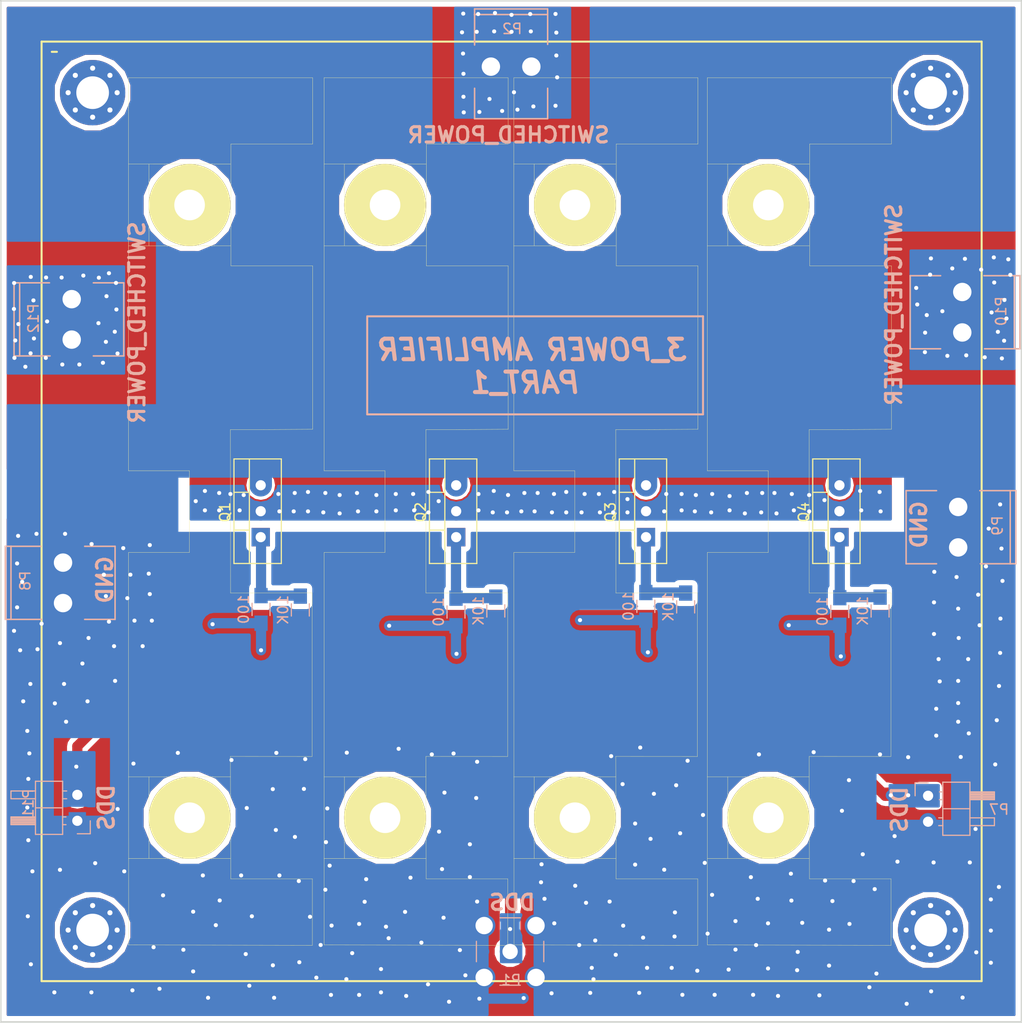
<source format=kicad_pcb>
(kicad_pcb (version 4) (host pcbnew 4.0.2-stable)
  (layers (0 F.Cu signal) (31 B.Cu signal) (34 B.Paste user) (35 F.Paste user) (36 B.SilkS user) (37 F.SilkS user) (38 B.Mask user) (39 F.Mask user) (44 Edge.Cuts user))
  (net 0 "")
  (net 1 /GND)
  (net 2 /DDS)
  (net 3 "Net-(Q1-Pad1)")
  (net 4 "Net-(Q2-Pad1)")
  (net 5 "Net-(Q3-Pad1)")
  (net 6 "Net-(Q4-Pad1)")
  (net 7 "Net-(Q3-Pad4)")
  (net 8 "Net-(Q1-Pad4)")
  (net 9 "Net-(Q2-Pad4)")
  (net 10 "Net-(Q4-Pad4)")
  (net 11 /SWITCHED_POWER)
  (module libreria_Power_Amplifier_huellas:TO-220_Ver_Disipador (layer F.Cu) (at 123.15 95.5 270)
    (fp_text reference Q2 (at 0.08128 3.52094 450) (layer F.SilkS))
    (fp_text value IRF740NPBF)
    (pad 1 thru_hole rect (at 2.52476 0.03302 90) (size 1.8 1.8) (drill 1) (layers *.Cu *.Mask) (net 4 "Net-(Q2-Pad1)"))
    (pad 2 thru_hole oval (at -0.01524 0.03302 90) (size 1.8 1.8) (drill 1) (layers *.Cu *.Mask) (net 11 /SWITCHED_POWER))
    (pad 3 thru_hole oval (at -2.55524 0.03302 90) (size 1.8 1.8) (drill 1) (layers *.Cu *.Mask) (net 1 /GND))
    (pad 4 thru_hole circle (at 30 7 270) (size 8 8) (drill 3) (layers *.Cu *.Mask F.SilkS) (net 9 "Net-(Q2-Pad4)"))
    (pad 4 thru_hole circle (at -30 7 270) (size 8 8) (drill 3) (layers *.Cu *.Mask F.SilkS) (net 9 "Net-(Q2-Pad4)"))
  )
  (module libreria_Power_Amplifier_huellas:TO-220_Ver_Disipador (layer F.Cu) (at 160.7 95.5 270)
    (fp_text reference Q4 (at 0.08128 3.52094 450) (layer F.SilkS))
    (fp_text value IRF740NPBF)
    (pad 1 thru_hole rect (at 2.52476 0.03302 90) (size 1.8 1.8) (drill 1) (layers *.Cu *.Mask) (net 6 "Net-(Q4-Pad1)"))
    (pad 2 thru_hole oval (at -0.01524 0.03302 90) (size 1.8 1.8) (drill 1) (layers *.Cu *.Mask) (net 11 /SWITCHED_POWER))
    (pad 3 thru_hole oval (at -2.55524 0.03302 90) (size 1.8 1.8) (drill 1) (layers *.Cu *.Mask) (net 1 /GND))
    (pad 4 thru_hole circle (at 30 7 270) (size 8 8) (drill 3) (layers *.Cu *.Mask F.SilkS) (net 10 "Net-(Q4-Pad4)"))
    (pad 4 thru_hole circle (at -30 7 270) (size 8 8) (drill 3) (layers *.Cu *.Mask F.SilkS) (net 10 "Net-(Q4-Pad4)"))
  )
  (module libreria_Power_Amplifier_huellas:TO-220_Ver_Disipador (layer F.Cu) (at 104 95.5 270)
    (fp_text reference Q1 (at 0.08128 3.52094 450) (layer F.SilkS))
    (fp_text value IRF740NPBF)
    (pad 1 thru_hole rect (at 2.52476 0.03302 90) (size 1.8 1.8) (drill 1) (layers *.Cu *.Mask) (net 3 "Net-(Q1-Pad1)"))
    (pad 2 thru_hole oval (at -0.01524 0.03302 90) (size 1.8 1.8) (drill 1) (layers *.Cu *.Mask) (net 11 /SWITCHED_POWER))
    (pad 3 thru_hole oval (at -2.55524 0.03302 90) (size 1.8 1.8) (drill 1) (layers *.Cu *.Mask) (net 1 /GND))
    (pad 4 thru_hole circle (at 30 7 270) (size 8 8) (drill 3) (layers *.Cu *.Mask F.SilkS) (net 8 "Net-(Q1-Pad4)"))
    (pad 4 thru_hole circle (at -30 7 270) (size 8 8) (drill 3) (layers *.Cu *.Mask F.SilkS) (net 8 "Net-(Q1-Pad4)"))
  )
  (module libreria_Power_Amplifier_huellas:TO-220_Ver_Disipador (layer F.Cu) (at 141.75 95.5 270)
    (fp_text reference Q3 (at 0.08128 3.52094 450) (layer F.SilkS))
    (fp_text value IRF740NPBF)
    (pad 1 thru_hole rect (at 2.52476 0.03302 90) (size 1.8 1.8) (drill 1) (layers *.Cu *.Mask) (net 5 "Net-(Q3-Pad1)"))
    (pad 2 thru_hole oval (at -0.01524 0.03302 90) (size 1.8 1.8) (drill 1) (layers *.Cu *.Mask) (net 11 /SWITCHED_POWER))
    (pad 3 thru_hole oval (at -2.55524 0.03302 90) (size 1.8 1.8) (drill 1) (layers *.Cu *.Mask) (net 1 /GND))
    (pad 4 thru_hole circle (at 30 7 270) (size 8 8) (drill 3) (layers *.Cu *.Mask F.SilkS) (net 7 "Net-(Q3-Pad4)"))
    (pad 4 thru_hole circle (at -30 7 270) (size 8 8) (drill 3) (layers *.Cu *.Mask F.SilkS) (net 7 "Net-(Q3-Pad4)"))
  )
  (module Mounting_Holes:MountingHole_3.2mm_M3_Pad_Via (layer F.Cu) (at 87.5 136.5)
    (fp_text reference P3)
    (fp_text value ISLETA)
    (pad 1 thru_hole circle (at 0 0) (size 6.4 6.4) (drill 3.2) (layers *.Cu *.Mask))
    (pad "" thru_hole circle (at 2.4 0) (size 0.8 0.8) (drill 0.5) (layers *.Cu *.Mask))
    (pad "" thru_hole circle (at 1.697056 1.697056) (size 0.8 0.8) (drill 0.5) (layers *.Cu *.Mask))
    (pad "" thru_hole circle (at 0 2.4) (size 0.8 0.8) (drill 0.5) (layers *.Cu *.Mask))
    (pad "" thru_hole circle (at -1.697056 1.697056) (size 0.8 0.8) (drill 0.5) (layers *.Cu *.Mask))
    (pad "" thru_hole circle (at -2.4 0) (size 0.8 0.8) (drill 0.5) (layers *.Cu *.Mask))
    (pad "" thru_hole circle (at -1.697056 -1.697056) (size 0.8 0.8) (drill 0.5) (layers *.Cu *.Mask))
    (pad "" thru_hole circle (at 0 -2.4) (size 0.8 0.8) (drill 0.5) (layers *.Cu *.Mask))
    (pad "" thru_hole circle (at 1.697056 -1.697056) (size 0.8 0.8) (drill 0.5) (layers *.Cu *.Mask))
  )
  (module Mounting_Holes:MountingHole_3.2mm_M3_Pad_Via (layer F.Cu) (at 169.6 136.5)
    (fp_text reference P4)
    (fp_text value ISLETA)
    (pad 1 thru_hole circle (at 0 0) (size 6.4 6.4) (drill 3.2) (layers *.Cu *.Mask))
    (pad "" thru_hole circle (at 2.4 0) (size 0.8 0.8) (drill 0.5) (layers *.Cu *.Mask))
    (pad "" thru_hole circle (at 1.697056 1.697056) (size 0.8 0.8) (drill 0.5) (layers *.Cu *.Mask))
    (pad "" thru_hole circle (at 0 2.4) (size 0.8 0.8) (drill 0.5) (layers *.Cu *.Mask))
    (pad "" thru_hole circle (at -1.697056 1.697056) (size 0.8 0.8) (drill 0.5) (layers *.Cu *.Mask))
    (pad "" thru_hole circle (at -2.4 0) (size 0.8 0.8) (drill 0.5) (layers *.Cu *.Mask))
    (pad "" thru_hole circle (at -1.697056 -1.697056) (size 0.8 0.8) (drill 0.5) (layers *.Cu *.Mask))
    (pad "" thru_hole circle (at 0 -2.4) (size 0.8 0.8) (drill 0.5) (layers *.Cu *.Mask))
    (pad "" thru_hole circle (at 1.697056 -1.697056) (size 0.8 0.8) (drill 0.5) (layers *.Cu *.Mask))
  )
  (module Mounting_Holes:MountingHole_3.2mm_M3_Pad_Via (layer F.Cu) (at 169.6 54.5)
    (fp_text reference P5)
    (fp_text value ISLETA)
    (pad 1 thru_hole circle (at 0 0) (size 6.4 6.4) (drill 3.2) (layers *.Cu *.Mask))
    (pad "" thru_hole circle (at 2.4 0) (size 0.8 0.8) (drill 0.5) (layers *.Cu *.Mask))
    (pad "" thru_hole circle (at 1.697056 1.697056) (size 0.8 0.8) (drill 0.5) (layers *.Cu *.Mask))
    (pad "" thru_hole circle (at 0 2.4) (size 0.8 0.8) (drill 0.5) (layers *.Cu *.Mask))
    (pad "" thru_hole circle (at -1.697056 1.697056) (size 0.8 0.8) (drill 0.5) (layers *.Cu *.Mask))
    (pad "" thru_hole circle (at -2.4 0) (size 0.8 0.8) (drill 0.5) (layers *.Cu *.Mask))
    (pad "" thru_hole circle (at -1.697056 -1.697056) (size 0.8 0.8) (drill 0.5) (layers *.Cu *.Mask))
    (pad "" thru_hole circle (at 0 -2.4) (size 0.8 0.8) (drill 0.5) (layers *.Cu *.Mask))
    (pad "" thru_hole circle (at 1.697056 -1.697056) (size 0.8 0.8) (drill 0.5) (layers *.Cu *.Mask))
  )
  (module Mounting_Holes:MountingHole_3.2mm_M3_Pad_Via (layer F.Cu) (at 87.5 54.5)
    (fp_text reference P6)
    (fp_text value ISLETA)
    (pad 1 thru_hole circle (at 0 0) (size 6.4 6.4) (drill 3.2) (layers *.Cu *.Mask))
    (pad "" thru_hole circle (at 2.4 0) (size 0.8 0.8) (drill 0.5) (layers *.Cu *.Mask))
    (pad "" thru_hole circle (at 1.697056 1.697056) (size 0.8 0.8) (drill 0.5) (layers *.Cu *.Mask))
    (pad "" thru_hole circle (at 0 2.4) (size 0.8 0.8) (drill 0.5) (layers *.Cu *.Mask))
    (pad "" thru_hole circle (at -1.697056 1.697056) (size 0.8 0.8) (drill 0.5) (layers *.Cu *.Mask))
    (pad "" thru_hole circle (at -2.4 0) (size 0.8 0.8) (drill 0.5) (layers *.Cu *.Mask))
    (pad "" thru_hole circle (at -1.697056 -1.697056) (size 0.8 0.8) (drill 0.5) (layers *.Cu *.Mask))
    (pad "" thru_hole circle (at 0 -2.4) (size 0.8 0.8) (drill 0.5) (layers *.Cu *.Mask))
    (pad "" thru_hole circle (at 1.697056 -1.697056) (size 0.8 0.8) (drill 0.5) (layers *.Cu *.Mask))
  )
  (module libreria_Power_Amplifier_huellas:REDISEÑADO_INV_Pin_Header_Pitch2.54mm (layer F.Cu) (at 169.35 123.35)
    (fp_text reference P7 (at 6.95 1.35) (layer B.SilkS) (effects (justify mirror)))
    (fp_text value SIGNAL_INPUT)
    (pad 1 thru_hole rect (at 0 0) (size 1.7 1.7) (drill 1) (layers *.Cu *.Mask) (net 2 /DDS))
    (pad 2 thru_hole oval (at 0 2.54) (size 1.7 1.7) (drill 1) (layers *.Cu *.Mask) (net 1 /GND))
  )
  (module libreria_Power_Amplifier_huellas:INV_Socket_MOLEX-2-pines (layer F.Cu) (at 172.3 97.05 270)
    (fp_text reference P9 (at -0.15 -3.85 270) (layer B.SilkS) (effects (justify mirror)))
    (fp_text value TIERRA)
    (pad 1 thru_hole oval (at -1.9812 0 270) (size 2.5 5.00126) (drill 1.80086) (layers *.Cu *.Mask) (net 1 /GND))
    (pad 2 thru_hole oval (at 1.9812 0 270) (size 2.5 5.00126) (drill 1.80086) (layers *.Cu *.Mask) (net 1 /GND))
  )
  (module libreria_Power_Amplifier_huellas:REDISEÑADO_INV_Pin_Header_Pitch2.54mm (layer F.Cu) (at 86 125.8 180)
    (fp_text reference P11 (at 4.8 1.7 270) (layer B.SilkS) (effects (justify mirror)))
    (fp_text value SIGNAL_INPUT)
    (pad 1 thru_hole rect (at 0 0 180) (size 1.7 1.7) (drill 1) (layers *.Cu *.Mask) (net 1 /GND))
    (pad 2 thru_hole oval (at 0 2.54 180) (size 1.7 1.7) (drill 1) (layers *.Cu *.Mask) (net 2 /DDS))
  )
  (module libreria_Power_Amplifier_huellas:INV_Socket_MOLEX-2-pines (layer F.Cu) (at 128.5 51.95)
    (fp_text reference P2 (at 0.1 -3.7) (layer B.SilkS) (effects (justify mirror)))
    (fp_text value SWITCHED_POWER_INV)
    (pad 1 thru_hole oval (at -1.9812 0) (size 2.5 5.00126) (drill 1.80086) (layers *.Cu *.Mask) (net 11 /SWITCHED_POWER))
    (pad 2 thru_hole oval (at 1.9812 0) (size 2.5 5.00126) (drill 1.80086) (layers *.Cu *.Mask) (net 11 /SWITCHED_POWER))
  )
  (module libreria_Power_Amplifier_huellas:INV_Socket_MOLEX-2-pines (layer F.Cu) (at 172.7 76 270)
    (fp_text reference P10 (at -0.1 -3.8 270) (layer B.SilkS) (effects (justify mirror)))
    (fp_text value SWITCHED_POWER_INV)
    (pad 1 thru_hole oval (at -1.9812 0 270) (size 2.5 5.00126) (drill 1.80086) (layers *.Cu *.Mask) (net 11 /SWITCHED_POWER))
    (pad 2 thru_hole oval (at 1.9812 0 270) (size 2.5 5.00126) (drill 1.80086) (layers *.Cu *.Mask) (net 11 /SWITCHED_POWER))
  )
  (module libreria_Power_Amplifier_huellas:INV_Socket_MOLEX-2-pines (layer F.Cu) (at 85.45 76.7 90)
    (fp_text reference P12 (at 0.1 -3.75 90) (layer B.SilkS) (effects (justify mirror)))
    (fp_text value SWITCHED_POWER_INV)
    (pad 1 thru_hole oval (at -1.9812 0 90) (size 2.5 5.00126) (drill 1.80086) (layers *.Cu *.Mask) (net 11 /SWITCHED_POWER))
    (pad 2 thru_hole oval (at 1.9812 0 90) (size 2.5 5.00126) (drill 1.80086) (layers *.Cu *.Mask) (net 11 /SWITCHED_POWER))
  )
  (module libreria_Power_Amplifier_huellas:INV_SMA_THT_Jack_Straight (layer F.Cu) (at 128.4 138.6 270)
    (fp_text reference P1 (at 2.8 -0.1 360) (layer B.SilkS) (effects (justify mirror)))
    (fp_text value SIGNAL_INPUT_SMA)
    (pad 2 thru_hole circle (at -2.54 2.54 270) (size 2.2 2.2) (drill 1.7) (layers *.Cu *.Mask) (net 1 /GND))
    (pad 2 thru_hole circle (at -2.54 -2.54 270) (size 2.2 2.2) (drill 1.7) (layers *.Cu *.Mask) (net 1 /GND))
    (pad 2 thru_hole circle (at 2.54 -2.54 270) (size 2.2 2.2) (drill 1.7) (layers *.Cu *.Mask) (net 1 /GND))
    (pad 2 thru_hole circle (at 2.54 2.54 270) (size 2.2 2.2) (drill 1.7) (layers *.Cu *.Mask) (net 1 /GND))
    (pad 1 thru_hole circle (at 0 0 270) (size 2 2) (drill 1.5) (layers *.Cu *.Mask) (net 2 /DDS))
  )
  (module libreria_Power_Amplifier_huellas:INV_Socket_MOLEX-2-pines (layer F.Cu) (at 84.6 102.5 90)
    (fp_text reference P8 (at 0.2 -3.7 90) (layer B.SilkS) (effects (justify mirror)))
    (fp_text value TIERRA)
    (pad 1 thru_hole oval (at -1.9812 0 90) (size 2.5 5.00126) (drill 1.80086) (layers *.Cu *.Mask) (net 1 /GND))
    (pad 2 thru_hole oval (at 1.9812 0 90) (size 2.5 5.00126) (drill 1.80086) (layers *.Cu *.Mask) (net 1 /GND))
  )
  (module Resistors_SMD:R_0805_HandSoldering (layer B.Cu) (at 104 105.1 270)
    (fp_text reference 100 (at 0 1.7 270) (layer B.SilkS) (effects (justify mirror)))
    (fp_text value 100)
    (pad 1 smd rect (at -1.35 0 270) (size 1.5 1.3) (layers B.Cu B.Paste B.Mask) (net 3 "Net-(Q1-Pad1)"))
    (pad 2 smd rect (at 1.35 0 270) (size 1.5 1.3) (layers B.Cu B.Paste B.Mask) (net 2 /DDS))
  )
  (module Resistors_SMD:R_0805_HandSoldering (layer B.Cu) (at 107.85 105.15 270)
    (fp_text reference 10K (at 0 1.7 270) (layer B.SilkS) (effects (justify mirror)))
    (fp_text value 10K)
    (pad 1 smd rect (at -1.35 0 270) (size 1.5 1.3) (layers B.Cu B.Paste B.Mask) (net 3 "Net-(Q1-Pad1)"))
    (pad 2 smd rect (at 1.35 0 270) (size 1.5 1.3) (layers B.Cu B.Paste B.Mask) (net 1 /GND))
  )
  (module Resistors_SMD:R_0805_HandSoldering (layer B.Cu) (at 123.1 105.35 270)
    (fp_text reference 100 (at 0 1.7 270) (layer B.SilkS) (effects (justify mirror)))
    (fp_text value 100)
    (pad 1 smd rect (at -1.35 0 270) (size 1.5 1.3) (layers B.Cu B.Paste B.Mask) (net 4 "Net-(Q2-Pad1)"))
    (pad 2 smd rect (at 1.35 0 270) (size 1.5 1.3) (layers B.Cu B.Paste B.Mask) (net 2 /DDS))
  )
  (module Resistors_SMD:R_0805_HandSoldering (layer B.Cu) (at 127 105.25 270)
    (fp_text reference 10K (at 0 1.7 270) (layer B.SilkS) (effects (justify mirror)))
    (fp_text value 10K)
    (pad 1 smd rect (at -1.35 0 270) (size 1.5 1.3) (layers B.Cu B.Paste B.Mask) (net 4 "Net-(Q2-Pad1)"))
    (pad 2 smd rect (at 1.35 0 270) (size 1.5 1.3) (layers B.Cu B.Paste B.Mask) (net 1 /GND))
  )
  (module Resistors_SMD:R_0805_HandSoldering (layer B.Cu) (at 141.7 104.8 270)
    (fp_text reference 100 (at 0 1.7 270) (layer B.SilkS) (effects (justify mirror)))
    (fp_text value 100)
    (pad 1 smd rect (at -1.35 0 270) (size 1.5 1.3) (layers B.Cu B.Paste B.Mask) (net 5 "Net-(Q3-Pad1)"))
    (pad 2 smd rect (at 1.35 0 270) (size 1.5 1.3) (layers B.Cu B.Paste B.Mask) (net 2 /DDS))
  )
  (module Resistors_SMD:R_0805_HandSoldering (layer B.Cu) (at 145.6 104.85 270)
    (fp_text reference 10K (at 0 1.7 270) (layer B.SilkS) (effects (justify mirror)))
    (fp_text value 10K)
    (pad 1 smd rect (at -1.35 0 270) (size 1.5 1.3) (layers B.Cu B.Paste B.Mask) (net 5 "Net-(Q3-Pad1)"))
    (pad 2 smd rect (at 1.35 0 270) (size 1.5 1.3) (layers B.Cu B.Paste B.Mask) (net 1 /GND))
  )
  (module Resistors_SMD:R_0805_HandSoldering (layer B.Cu) (at 160.7 105.3 270)
    (fp_text reference 100 (at 0 1.7 270) (layer B.SilkS) (effects (justify mirror)))
    (fp_text value 100)
    (pad 1 smd rect (at -1.35 0 270) (size 1.5 1.3) (layers B.Cu B.Paste B.Mask) (net 6 "Net-(Q4-Pad1)"))
    (pad 2 smd rect (at 1.35 0 270) (size 1.5 1.3) (layers B.Cu B.Paste B.Mask) (net 2 /DDS))
  )
  (module Resistors_SMD:R_0805_HandSoldering (layer B.Cu) (at 164.65 105.25 270)
    (fp_text reference 10K (at 0 1.7 270) (layer B.SilkS) (effects (justify mirror)))
    (fp_text value 10K)
    (pad 1 smd rect (at -1.35 0 270) (size 1.5 1.3) (layers B.Cu B.Paste B.Mask) (net 6 "Net-(Q4-Pad1)"))
    (pad 2 smd rect (at 1.35 0 270) (size 1.5 1.3) (layers B.Cu B.Paste B.Mask) (net 1 /GND))
  )
  (gr_line (start 82.5 49.5) (end 82.5 141.5) (angle 90) (layer F.SilkS) (width 0.2))
  (gr_line (start 174.6 49.5) (end 82.5 49.5) (angle 90) (layer F.SilkS) (width 0.2))
  (gr_line (start 174.6 141.5) (end 174.6 49.5) (angle 90) (layer F.SilkS) (width 0.2))
  (gr_line (start 82.5 141.5) (end 174.6 141.5) (angle 90) (layer F.SilkS) (width 0.2))
  (gr_text SWITCHED_POWER (at 166 75.25 90) (layer B.SilkS) (effects (font (size 1.5 1.5) (thickness 0.3)) (justify mirror)))
  (gr_text "SWITCHED_POWER\n" (at 91.85 77 90) (layer B.SilkS) (effects (font (size 1.5 1.5) (thickness 0.3)) (justify mirror)))
  (gr_text SWITCHED_POWER (at 128.25 58.65) (layer B.SilkS) (effects (font (size 1.5 1.5) (thickness 0.3)) (justify mirror)))
  (gr_text GND (at 88.7 102.2 90) (layer B.SilkS) (effects (font (size 1.5 1.5) (thickness 0.3)) (justify mirror)))
  (gr_text DDS (at 88.85 124.5 90) (layer B.SilkS) (effects (font (size 1.5 1.5) (thickness 0.3)) (justify mirror)))
  (gr_text DDS (at 166.55 124.7 90) (layer B.SilkS) (effects (font (size 1.5 1.5) (thickness 0.3)) (justify mirror)))
  (gr_text "GND\n" (at 168.45 96.8 90) (layer B.SilkS) (effects (font (size 1.5 1.5) (thickness 0.3)) (justify mirror)))
  (gr_line (start 84 50.5) (end 83.5 50.5) (angle 90) (layer F.SilkS) (width 0.2))
  (gr_text DDS (at 128.6 133.8) (layer B.SilkS) (effects (font (size 1.5 1.5) (thickness 0.3)) (justify mirror)))
  (gr_line (start 114.4 86) (end 114.4 76.5) (angle 90) (layer B.SilkS) (width 0.2))
  (gr_line (start 114.5 86) (end 114.4 86) (angle 90) (layer B.SilkS) (width 0.2))
  (gr_line (start 147.3 86) (end 114.5 86) (angle 90) (layer B.SilkS) (width 0.2))
  (gr_line (start 147.3 76.4) (end 147.3 86) (angle 90) (layer B.SilkS) (width 0.2))
  (gr_line (start 114.4 76.4) (end 147.3 76.4) (angle 90) (layer B.SilkS) (width 0.2))
  (gr_text "3_POWER AMPLIFIER \nPART_1" (at 129.9 81.3) (layer B.SilkS) (effects (font (size 2 2) (thickness 0.4) italic) (justify mirror)))
  (gr_line (start 78.5 145.5) (end 78.5 45.5) (angle 90) (layer Edge.Cuts) (width 0.15))
  (gr_line (start 178.5 145.5) (end 78.5 145.5) (angle 90) (layer Edge.Cuts) (width 0.15))
  (gr_line (start 178.5 45.5) (end 178.5 145.5) (angle 90) (layer Edge.Cuts) (width 0.15))
  (gr_line (start 78.5 45.5) (end 178.5 45.5) (angle 90) (layer Edge.Cuts) (width 0.15))
  (segment (start 81.6 130.75) (end 81.6 128.1) (width 1) (layer F.Cu) (net 1))
  (segment (start 82.5 106.5) (end 84.5188 104.4812) (width 1) (layer B.Cu) (net 1))
  (via (at 82.5 106.5) (size 0.6) (drill 0.4) (layers F.Cu B.Cu) (net 1))
  (segment (start 80.5 106.5) (end 82.5 106.5) (width 1) (layer F.Cu) (net 1))
  (segment (start 79.8 107.2) (end 80.5 106.5) (width 1) (layer F.Cu) (net 1))
  (via (at 79.8 107.2) (size 0.6) (drill 0.4) (layers F.Cu B.Cu) (net 1))
  (segment (start 79.8 105.2) (end 79.8 107.2) (width 1) (layer B.Cu) (net 1))
  (segment (start 80.1 104.9) (end 79.8 105.2) (width 1) (layer B.Cu) (net 1))
  (via (at 80.1 104.9) (size 0.6) (drill 0.4) (layers F.Cu B.Cu) (net 1))
  (segment (start 80.1 102.9) (end 80.1 104.9) (width 1) (layer F.Cu) (net 1))
  (segment (start 80.6 102.4) (end 80.1 102.9) (width 1) (layer F.Cu) (net 1))
  (via (at 80.6 102.4) (size 0.6) (drill 0.4) (layers F.Cu B.Cu) (net 1))
  (segment (start 80.6 101.1) (end 80.6 102.4) (width 1) (layer B.Cu) (net 1))
  (segment (start 80.1 100.6) (end 80.6 101.1) (width 1) (layer B.Cu) (net 1))
  (via (at 80.1 100.6) (size 0.6) (drill 0.4) (layers F.Cu B.Cu) (net 1))
  (segment (start 80.1 98) (end 80.1 100.6) (width 1) (layer F.Cu) (net 1))
  (segment (start 80.2 97.9) (end 80.1 98) (width 1) (layer F.Cu) (net 1))
  (via (at 80.2 97.9) (size 0.6) (drill 0.4) (layers F.Cu B.Cu) (net 1))
  (segment (start 81.8 97.9) (end 80.2 97.9) (width 1) (layer B.Cu) (net 1))
  (segment (start 82 97.7) (end 81.8 97.9) (width 1) (layer B.Cu) (net 1))
  (via (at 82 97.7) (size 0.6) (drill 0.4) (layers F.Cu B.Cu) (net 1))
  (segment (start 84.8 97.7) (end 82 97.7) (width 1) (layer F.Cu) (net 1))
  (via (at 84.8 97.7) (size 0.6) (drill 0.4) (layers F.Cu B.Cu) (net 1))
  (segment (start 86.4 97.7) (end 84.8 97.7) (width 1) (layer B.Cu) (net 1))
  (segment (start 87.4 98.7) (end 86.4 97.7) (width 1) (layer B.Cu) (net 1))
  (via (at 87.4 98.7) (size 0.6) (drill 0.4) (layers F.Cu B.Cu) (net 1))
  (segment (start 90.1 98.7) (end 87.4 98.7) (width 1) (layer F.Cu) (net 1))
  (segment (start 90.5 99.1) (end 90.1 98.7) (width 1) (layer F.Cu) (net 1))
  (via (at 90.5 99.1) (size 0.6) (drill 0.4) (layers F.Cu B.Cu) (net 1))
  (segment (start 92.8 99.1) (end 90.5 99.1) (width 1) (layer B.Cu) (net 1))
  (segment (start 93.1 98.8) (end 92.8 99.1) (width 1) (layer B.Cu) (net 1))
  (via (at 93.1 98.8) (size 0.6) (drill 0.4) (layers F.Cu B.Cu) (net 1))
  (segment (start 93.1 101.5) (end 93.1 98.8) (width 1) (layer F.Cu) (net 1))
  (segment (start 93 101.6) (end 93.1 101.5) (width 1) (layer F.Cu) (net 1))
  (via (at 93 101.6) (size 0.6) (drill 0.4) (layers F.Cu B.Cu) (net 1))
  (segment (start 91.3 101.6) (end 93 101.6) (width 1) (layer B.Cu) (net 1))
  (segment (start 91.2 101.7) (end 91.3 101.6) (width 1) (layer B.Cu) (net 1))
  (via (at 91.2 101.7) (size 0.6) (drill 0.4) (layers F.Cu B.Cu) (net 1))
  (segment (start 88.6 101.7) (end 91.2 101.7) (width 1) (layer F.Cu) (net 1))
  (via (at 88.6 101.7) (size 0.6) (drill 0.4) (layers F.Cu B.Cu) (net 1))
  (segment (start 88.6 103.6) (end 88.6 101.7) (width 1) (layer B.Cu) (net 1))
  (segment (start 88.8 103.8) (end 88.6 103.6) (width 1) (layer B.Cu) (net 1))
  (via (at 88.8 103.8) (size 0.6) (drill 0.4) (layers F.Cu B.Cu) (net 1))
  (segment (start 90.7 103.8) (end 88.8 103.8) (width 1) (layer F.Cu) (net 1))
  (segment (start 90.9 104) (end 90.7 103.8) (width 1) (layer F.Cu) (net 1))
  (via (at 90.9 104) (size 0.6) (drill 0.4) (layers F.Cu B.Cu) (net 1))
  (segment (start 92.7 104) (end 90.9 104) (width 1) (layer B.Cu) (net 1))
  (segment (start 93.1 103.6) (end 92.7 104) (width 1) (layer B.Cu) (net 1))
  (via (at 93.1 103.6) (size 0.6) (drill 0.4) (layers F.Cu B.Cu) (net 1))
  (segment (start 93.1 106) (end 93.1 103.6) (width 1) (layer F.Cu) (net 1))
  (segment (start 93.3 106.2) (end 93.1 106) (width 1) (layer F.Cu) (net 1))
  (via (at 93.3 106.2) (size 0.6) (drill 0.4) (layers F.Cu B.Cu) (net 1))
  (segment (start 91.6 106.2) (end 93.3 106.2) (width 1) (layer B.Cu) (net 1))
  (via (at 91.6 106.2) (size 0.6) (drill 0.4) (layers F.Cu B.Cu) (net 1))
  (segment (start 89.2 106.2) (end 91.6 106.2) (width 1) (layer F.Cu) (net 1))
  (segment (start 89.1 106.3) (end 89.2 106.2) (width 1) (layer F.Cu) (net 1))
  (via (at 89.1 106.3) (size 0.6) (drill 0.4) (layers F.Cu B.Cu) (net 1))
  (segment (start 88.7 106.3) (end 89.1 106.3) (width 1) (layer B.Cu) (net 1))
  (segment (start 87.1 107.9) (end 88.7 106.3) (width 1) (layer B.Cu) (net 1))
  (via (at 87.1 107.9) (size 0.6) (drill 0.4) (layers F.Cu B.Cu) (net 1))
  (segment (start 84.8 107.9) (end 87.1 107.9) (width 1) (layer F.Cu) (net 1))
  (segment (start 84.3 108.4) (end 84.8 107.9) (width 1) (layer F.Cu) (net 1))
  (via (at 84.3 108.4) (size 0.6) (drill 0.4) (layers F.Cu B.Cu) (net 1))
  (segment (start 82.7 108.4) (end 84.3 108.4) (width 1) (layer B.Cu) (net 1))
  (segment (start 82.1 109) (end 82.7 108.4) (width 1) (layer B.Cu) (net 1))
  (via (at 82.1 109) (size 0.6) (drill 0.4) (layers F.Cu B.Cu) (net 1))
  (segment (start 80.5 109) (end 82.1 109) (width 1) (layer F.Cu) (net 1))
  (segment (start 80.4 109.1) (end 80.5 109) (width 1) (layer F.Cu) (net 1))
  (via (at 80.4 109.1) (size 0.6) (drill 0.4) (layers F.Cu B.Cu) (net 1))
  (segment (start 80.4 111.4) (end 80.4 109.1) (width 1) (layer B.Cu) (net 1))
  (segment (start 81.4 112.4) (end 80.4 111.4) (width 1) (layer B.Cu) (net 1))
  (via (at 81.4 112.4) (size 0.6) (drill 0.4) (layers F.Cu B.Cu) (net 1))
  (segment (start 84.7 112.4) (end 81.4 112.4) (width 1) (layer F.Cu) (net 1))
  (via (at 84.7 112.4) (size 0.6) (drill 0.4) (layers F.Cu B.Cu) (net 1))
  (segment (start 84.7 112.2) (end 84.7 112.4) (width 1) (layer B.Cu) (net 1))
  (segment (start 86.5 110.4) (end 84.7 112.2) (width 1) (layer B.Cu) (net 1))
  (via (at 86.5 110.4) (size 0.6) (drill 0.4) (layers F.Cu B.Cu) (net 1))
  (segment (start 87.9 110.4) (end 86.5 110.4) (width 1) (layer F.Cu) (net 1))
  (segment (start 89.6 108.7) (end 87.9 110.4) (width 1) (layer F.Cu) (net 1))
  (via (at 89.6 108.7) (size 0.6) (drill 0.4) (layers F.Cu B.Cu) (net 1))
  (segment (start 92.4 108.7) (end 89.6 108.7) (width 1) (layer B.Cu) (net 1))
  (via (at 92.4 108.7) (size 0.6) (drill 0.4) (layers F.Cu B.Cu) (net 1))
  (segment (start 92.4 109.4) (end 92.4 108.7) (width 1) (layer F.Cu) (net 1))
  (segment (start 89.7 112.1) (end 92.4 109.4) (width 1) (layer F.Cu) (net 1))
  (via (at 89.7 112.1) (size 0.6) (drill 0.4) (layers F.Cu B.Cu) (net 1))
  (segment (start 89 112.1) (end 89.7 112.1) (width 1) (layer B.Cu) (net 1))
  (segment (start 87 114.1) (end 89 112.1) (width 1) (layer B.Cu) (net 1))
  (via (at 87 114.1) (size 0.6) (drill 0.4) (layers F.Cu B.Cu) (net 1))
  (segment (start 86.9 114.1) (end 87 114.1) (width 1) (layer F.Cu) (net 1))
  (segment (start 84.9 116.1) (end 86.9 114.1) (width 1) (layer F.Cu) (net 1))
  (via (at 84.9 116.1) (size 0.6) (drill 0.4) (layers F.Cu B.Cu) (net 1))
  (segment (start 84.9 115.4) (end 84.9 116.1) (width 1) (layer B.Cu) (net 1))
  (segment (start 83.8 114.3) (end 84.9 115.4) (width 1) (layer B.Cu) (net 1))
  (via (at 83.8 114.3) (size 0.6) (drill 0.4) (layers F.Cu B.Cu) (net 1))
  (segment (start 80.9 114.3) (end 83.8 114.3) (width 1) (layer F.Cu) (net 1))
  (segment (start 80.7 114.1) (end 80.9 114.3) (width 1) (layer F.Cu) (net 1))
  (via (at 80.7 114.1) (size 0.6) (drill 0.4) (layers F.Cu B.Cu) (net 1))
  (segment (start 80.7 116.6) (end 80.7 114.1) (width 1) (layer B.Cu) (net 1))
  (segment (start 81.1 117) (end 80.7 116.6) (width 1) (layer B.Cu) (net 1))
  (via (at 81.1 117) (size 0.6) (drill 0.4) (layers F.Cu B.Cu) (net 1))
  (segment (start 81.1 119) (end 81.1 117) (width 1) (layer F.Cu) (net 1))
  (segment (start 81.3 119.2) (end 81.1 119) (width 1) (layer F.Cu) (net 1))
  (via (at 81.3 119.2) (size 0.6) (drill 0.4) (layers F.Cu B.Cu) (net 1))
  (segment (start 81.3 121.6) (end 81.3 119.2) (width 1) (layer B.Cu) (net 1))
  (segment (start 81.2 121.7) (end 81.3 121.6) (width 1) (layer B.Cu) (net 1))
  (via (at 81.2 121.7) (size 0.6) (drill 0.4) (layers F.Cu B.Cu) (net 1))
  (segment (start 81.2 124.4) (end 81.2 121.7) (width 1) (layer F.Cu) (net 1))
  (segment (start 81.1 124.5) (end 81.2 124.4) (width 1) (layer F.Cu) (net 1))
  (via (at 81.1 124.5) (size 0.6) (drill 0.4) (layers F.Cu B.Cu) (net 1))
  (segment (start 81.1 127.6) (end 81.1 124.5) (width 1) (layer B.Cu) (net 1))
  (segment (start 81.2 127.7) (end 81.1 127.6) (width 1) (layer B.Cu) (net 1))
  (via (at 81.2 127.7) (size 0.6) (drill 0.4) (layers F.Cu B.Cu) (net 1))
  (segment (start 81.6 128.1) (end 81.2 127.7) (width 1) (layer F.Cu) (net 1))
  (segment (start 84.5188 104.4812) (end 84.6 104.4812) (width 1) (layer B.Cu) (net 1))
  (segment (start 103.96698 92.94476) (end 103.96698 88.63302) (width 2.2) (layer B.Cu) (net 1))
  (segment (start 103.96698 88.63302) (end 104.1 88.5) (width 2.2) (layer B.Cu) (net 1))
  (segment (start 123.11698 92.94476) (end 123.11698 89.28302) (width 2.2) (layer B.Cu) (net 1))
  (segment (start 123.11698 89.28302) (end 123.4 89) (width 2.2) (layer B.Cu) (net 1))
  (segment (start 141.71698 92.94476) (end 141.71698 90.68302) (width 2.2) (layer B.Cu) (net 1))
  (segment (start 141.71698 90.68302) (end 142 90.4) (width 2.2) (layer B.Cu) (net 1))
  (segment (start 160.66698 92.94476) (end 160.66698 91.33302) (width 2.2) (layer B.Cu) (net 1))
  (segment (start 160.66698 91.33302) (end 160.7 91.3) (width 2.2) (layer B.Cu) (net 1))
  (segment (start 85.35 101) (end 83 101) (width 1) (layer F.Cu) (net 1))
  (segment (start 120.78 118.62) (end 117.61 118.62) (width 1) (layer F.Cu) (net 1))
  (segment (start 84.63 139.85) (end 81.45 139.85) (width 1) (layer F.Cu) (net 1))
  (segment (start 87.38 142.6) (end 84.63 139.85) (width 1) (layer F.Cu) (net 1))
  (via (at 87.38 142.6) (size 0.6) (drill 0.4) (layers F.Cu B.Cu) (net 1))
  (segment (start 89.05 142.6) (end 87.38 142.6) (width 1) (layer B.Cu) (net 1))
  (segment (start 93.47 138.18) (end 89.05 142.6) (width 1) (layer B.Cu) (net 1))
  (via (at 93.47 138.18) (size 0.6) (drill 0.4) (layers F.Cu B.Cu) (net 1))
  (segment (start 96.14 138.18) (end 93.47 138.18) (width 1) (layer F.Cu) (net 1))
  (segment (start 96.39 138.43) (end 96.14 138.18) (width 1) (layer F.Cu) (net 1))
  (via (at 96.39 138.43) (size 0.6) (drill 0.4) (layers F.Cu B.Cu) (net 1))
  (segment (start 96.39 137.16) (end 96.39 138.43) (width 1) (layer B.Cu) (net 1))
  (segment (start 99.95 133.6) (end 96.39 137.16) (width 1) (layer B.Cu) (net 1))
  (via (at 99.95 133.6) (size 0.6) (drill 0.4) (layers F.Cu B.Cu) (net 1))
  (segment (start 99.95 135.64) (end 99.95 133.6) (width 1) (layer F.Cu) (net 1))
  (segment (start 99.57 136.02) (end 99.95 135.64) (width 1) (layer F.Cu) (net 1))
  (via (at 99.57 136.02) (size 0.6) (drill 0.4) (layers F.Cu B.Cu) (net 1))
  (segment (start 99.57 142.37) (end 99.57 136.02) (width 1) (layer B.Cu) (net 1))
  (segment (start 98.81 143.13) (end 99.57 142.37) (width 1) (layer B.Cu) (net 1))
  (via (at 98.81 143.13) (size 0.6) (drill 0.4) (layers F.Cu B.Cu) (net 1))
  (segment (start 105.28 143.13) (end 98.81 143.13) (width 1) (layer F.Cu) (net 1))
  (via (at 105.28 143.13) (size 0.6) (drill 0.4) (layers F.Cu B.Cu) (net 1))
  (segment (start 105.28 140.07) (end 105.28 143.13) (width 1) (layer B.Cu) (net 1))
  (segment (start 105.16 139.95) (end 105.28 140.07) (width 1) (layer B.Cu) (net 1))
  (via (at 105.16 139.95) (size 0.6) (drill 0.4) (layers F.Cu B.Cu) (net 1))
  (segment (start 105.16 134.24) (end 105.16 139.95) (width 1) (layer F.Cu) (net 1))
  (segment (start 107.7 131.7) (end 105.16 134.24) (width 1) (layer F.Cu) (net 1))
  (via (at 107.7 131.7) (size 0.6) (drill 0.4) (layers F.Cu B.Cu) (net 1))
  (segment (start 107.7 127.38) (end 107.7 131.7) (width 1) (layer B.Cu) (net 1))
  (segment (start 110.49 124.59) (end 107.7 127.38) (width 1) (layer B.Cu) (net 1))
  (via (at 110.49 124.59) (size 0.6) (drill 0.4) (layers F.Cu B.Cu) (net 1))
  (segment (start 110.49 127.76) (end 110.49 124.59) (width 1) (layer F.Cu) (net 1))
  (segment (start 110.36 127.89) (end 110.49 127.76) (width 1) (layer F.Cu) (net 1))
  (via (at 110.36 127.89) (size 0.6) (drill 0.4) (layers F.Cu B.Cu) (net 1))
  (segment (start 107.83 127.89) (end 110.36 127.89) (width 1) (layer B.Cu) (net 1))
  (segment (start 107.32 127.38) (end 107.83 127.89) (width 1) (layer B.Cu) (net 1))
  (via (at 107.32 127.38) (size 0.6) (drill 0.4) (layers F.Cu B.Cu) (net 1))
  (segment (start 107.32 123.56) (end 107.32 127.38) (width 1) (layer F.Cu) (net 1))
  (segment (start 108.2 122.68) (end 107.32 123.56) (width 1) (layer F.Cu) (net 1))
  (via (at 108.2 122.68) (size 0.6) (drill 0.4) (layers F.Cu B.Cu) (net 1))
  (segment (start 108.2 119.89) (end 108.2 122.68) (width 1) (layer B.Cu) (net 1))
  (segment (start 108.33 119.76) (end 108.2 119.89) (width 1) (layer B.Cu) (net 1))
  (via (at 108.33 119.76) (size 0.6) (drill 0.4) (layers F.Cu B.Cu) (net 1))
  (segment (start 111.77 119.76) (end 108.33 119.76) (width 1) (layer F.Cu) (net 1))
  (segment (start 112.4 119.13) (end 111.77 119.76) (width 1) (layer F.Cu) (net 1))
  (via (at 112.4 119.13) (size 0.6) (drill 0.4) (layers F.Cu B.Cu) (net 1))
  (segment (start 117.1 119.13) (end 112.4 119.13) (width 1) (layer B.Cu) (net 1))
  (segment (start 117.48 118.75) (end 117.1 119.13) (width 1) (layer B.Cu) (net 1))
  (via (at 117.48 118.75) (size 0.6) (drill 0.4) (layers F.Cu B.Cu) (net 1))
  (segment (start 117.61 118.62) (end 117.48 118.75) (width 1) (layer F.Cu) (net 1))
  (segment (start 121.73 130.53) (end 121.73 127.15) (width 1) (layer F.Cu) (net 1))
  (segment (start 131.43 130.11) (end 131.43 131.82) (width 1) (layer F.Cu) (net 1))
  (segment (start 131.48 130.06) (end 131.43 130.11) (width 1) (layer F.Cu) (net 1))
  (via (at 131.48 130.06) (size 0.6) (drill 0.4) (layers F.Cu B.Cu) (net 1))
  (segment (start 128.82 130.06) (end 131.48 130.06) (width 1) (layer B.Cu) (net 1))
  (segment (start 125.17 133.71) (end 128.82 130.06) (width 1) (layer B.Cu) (net 1))
  (via (at 125.17 133.71) (size 0.6) (drill 0.4) (layers F.Cu B.Cu) (net 1))
  (segment (start 125.17 132.02) (end 125.17 133.71) (width 1) (layer F.Cu) (net 1))
  (segment (start 124.46 131.31) (end 125.17 132.02) (width 1) (layer F.Cu) (net 1))
  (via (at 124.46 131.31) (size 0.6) (drill 0.4) (layers F.Cu B.Cu) (net 1))
  (segment (start 124.46 128.1) (end 124.46 131.31) (width 1) (layer B.Cu) (net 1))
  (via (at 124.46 128.1) (size 0.6) (drill 0.4) (layers F.Cu B.Cu) (net 1))
  (segment (start 124.46 124.19) (end 124.46 128.1) (width 1) (layer F.Cu) (net 1))
  (segment (start 125.08 123.57) (end 124.46 124.19) (width 1) (layer F.Cu) (net 1))
  (via (at 125.08 123.57) (size 0.6) (drill 0.4) (layers F.Cu B.Cu) (net 1))
  (segment (start 125.08 120.11) (end 125.08 123.57) (width 1) (layer B.Cu) (net 1))
  (segment (start 125.17 120.02) (end 125.08 120.11) (width 1) (layer B.Cu) (net 1))
  (via (at 125.17 120.02) (size 0.6) (drill 0.4) (layers F.Cu B.Cu) (net 1))
  (segment (start 123.67 120.02) (end 125.17 120.02) (width 1) (layer F.Cu) (net 1))
  (segment (start 122.86 119.21) (end 123.67 120.02) (width 1) (layer F.Cu) (net 1))
  (via (at 122.86 119.21) (size 0.6) (drill 0.4) (layers F.Cu B.Cu) (net 1))
  (segment (start 120.82 119.21) (end 122.86 119.21) (width 1) (layer B.Cu) (net 1))
  (segment (start 120.73 119.3) (end 120.82 119.21) (width 1) (layer B.Cu) (net 1))
  (via (at 120.73 119.3) (size 0.6) (drill 0.4) (layers F.Cu B.Cu) (net 1))
  (segment (start 120.73 121.8) (end 120.73 119.3) (width 1) (layer F.Cu) (net 1))
  (segment (start 121.97 123.04) (end 120.73 121.8) (width 1) (layer F.Cu) (net 1))
  (via (at 121.97 123.04) (size 0.6) (drill 0.4) (layers F.Cu B.Cu) (net 1))
  (segment (start 121.97 126.33) (end 121.97 123.04) (width 1) (layer B.Cu) (net 1))
  (segment (start 121.44 126.86) (end 121.97 126.33) (width 1) (layer B.Cu) (net 1))
  (via (at 121.44 126.86) (size 0.6) (drill 0.4) (layers F.Cu B.Cu) (net 1))
  (segment (start 121.73 127.15) (end 121.44 126.86) (width 1) (layer F.Cu) (net 1))
  (segment (start 125.86 138.6) (end 123.62 138.6) (width 1) (layer B.Cu) (net 1))
  (segment (start 116.5 139.57) (end 116.5 137.3) (width 1) (layer F.Cu) (net 1))
  (segment (start 115.75 140.32) (end 116.5 139.57) (width 1) (layer F.Cu) (net 1))
  (via (at 115.75 140.32) (size 0.6) (drill 0.4) (layers F.Cu B.Cu) (net 1))
  (segment (start 115.75 140.71) (end 115.75 140.32) (width 1) (layer B.Cu) (net 1))
  (segment (start 113.61 142.85) (end 115.75 140.71) (width 1) (layer B.Cu) (net 1))
  (via (at 113.61 142.85) (size 0.6) (drill 0.4) (layers F.Cu B.Cu) (net 1))
  (segment (start 113.61 142.56) (end 113.61 142.85) (width 1) (layer F.Cu) (net 1))
  (segment (start 112.36 141.31) (end 113.61 142.56) (width 1) (layer F.Cu) (net 1))
  (via (at 112.36 141.31) (size 0.6) (drill 0.4) (layers F.Cu B.Cu) (net 1))
  (segment (start 109.57 141.31) (end 112.36 141.31) (width 1) (layer B.Cu) (net 1))
  (segment (start 109.42 141.16) (end 109.57 141.31) (width 1) (layer B.Cu) (net 1))
  (via (at 109.42 141.16) (size 0.6) (drill 0.4) (layers F.Cu B.Cu) (net 1))
  (segment (start 109.42 138.38) (end 109.42 141.16) (width 1) (layer F.Cu) (net 1))
  (segment (start 109.84 137.96) (end 109.42 138.38) (width 1) (layer F.Cu) (net 1))
  (via (at 109.84 137.96) (size 0.6) (drill 0.4) (layers F.Cu B.Cu) (net 1))
  (segment (start 112.13 137.96) (end 109.84 137.96) (width 1) (layer B.Cu) (net 1))
  (segment (start 112.93 138.76) (end 112.13 137.96) (width 1) (layer B.Cu) (net 1))
  (via (at 112.93 138.76) (size 0.6) (drill 0.4) (layers F.Cu B.Cu) (net 1))
  (segment (start 113.65 138.76) (end 112.93 138.76) (width 1) (layer F.Cu) (net 1))
  (segment (start 116.24 136.17) (end 113.65 138.76) (width 1) (layer F.Cu) (net 1))
  (via (at 116.24 136.17) (size 0.6) (drill 0.4) (layers F.Cu B.Cu) (net 1))
  (segment (start 116.24 135.82) (end 116.24 136.17) (width 1) (layer B.Cu) (net 1))
  (segment (start 114.15 133.73) (end 116.24 135.82) (width 1) (layer B.Cu) (net 1))
  (via (at 114.15 133.73) (size 0.6) (drill 0.4) (layers F.Cu B.Cu) (net 1))
  (segment (start 114.15 135.36) (end 114.15 133.73) (width 1) (layer F.Cu) (net 1))
  (segment (start 113.61 135.9) (end 114.15 135.36) (width 1) (layer F.Cu) (net 1))
  (via (at 113.61 135.9) (size 0.6) (drill 0.4) (layers F.Cu B.Cu) (net 1))
  (segment (start 111.07 135.9) (end 113.61 135.9) (width 1) (layer B.Cu) (net 1))
  (segment (start 110.91 136.06) (end 111.07 135.9) (width 1) (layer B.Cu) (net 1))
  (via (at 110.91 136.06) (size 0.6) (drill 0.4) (layers F.Cu B.Cu) (net 1))
  (segment (start 110.91 133.16) (end 110.91 136.06) (width 1) (layer F.Cu) (net 1))
  (segment (start 110.3 132.55) (end 110.91 133.16) (width 1) (layer F.Cu) (net 1))
  (via (at 110.3 132.55) (size 0.6) (drill 0.4) (layers F.Cu B.Cu) (net 1))
  (segment (start 110.3 130.61) (end 110.3 132.55) (width 1) (layer B.Cu) (net 1))
  (segment (start 110.72 130.19) (end 110.3 130.61) (width 1) (layer B.Cu) (net 1))
  (via (at 110.72 130.19) (size 0.6) (drill 0.4) (layers F.Cu B.Cu) (net 1))
  (segment (start 112.97 130.19) (end 110.72 130.19) (width 1) (layer F.Cu) (net 1))
  (segment (start 114.3 131.52) (end 112.97 130.19) (width 1) (layer F.Cu) (net 1))
  (via (at 114.3 131.52) (size 0.6) (drill 0.4) (layers F.Cu B.Cu) (net 1))
  (segment (start 118.49 131.52) (end 114.3 131.52) (width 1) (layer B.Cu) (net 1))
  (segment (start 118.64 131.37) (end 118.49 131.52) (width 1) (layer B.Cu) (net 1))
  (via (at 118.64 131.37) (size 0.6) (drill 0.4) (layers F.Cu B.Cu) (net 1))
  (segment (start 120.89 131.37) (end 118.64 131.37) (width 1) (layer F.Cu) (net 1))
  (segment (start 121.73 130.53) (end 120.89 131.37) (width 1) (layer F.Cu) (net 1))
  (via (at 121.73 130.53) (size 0.6) (drill 0.4) (layers F.Cu B.Cu) (net 1))
  (segment (start 121.73 135.14) (end 121.73 130.53) (width 1) (layer B.Cu) (net 1))
  (segment (start 121.88 135.29) (end 121.73 135.14) (width 1) (layer B.Cu) (net 1))
  (via (at 121.88 135.29) (size 0.6) (drill 0.4) (layers F.Cu B.Cu) (net 1))
  (segment (start 118.68 135.29) (end 121.88 135.29) (width 1) (layer F.Cu) (net 1))
  (segment (start 118.11 134.72) (end 118.68 135.29) (width 1) (layer F.Cu) (net 1))
  (via (at 118.11 134.72) (size 0.6) (drill 0.4) (layers F.Cu B.Cu) (net 1))
  (segment (start 118.11 142.84) (end 118.11 134.72) (width 1) (layer B.Cu) (net 1))
  (segment (start 118.22 142.95) (end 118.11 142.84) (width 1) (layer B.Cu) (net 1))
  (via (at 118.22 142.95) (size 0.6) (drill 0.4) (layers F.Cu B.Cu) (net 1))
  (segment (start 118.22 139.22) (end 118.22 142.95) (width 1) (layer F.Cu) (net 1))
  (segment (start 119.71 137.73) (end 118.22 139.22) (width 1) (layer F.Cu) (net 1))
  (via (at 119.71 137.73) (size 0.6) (drill 0.4) (layers F.Cu B.Cu) (net 1))
  (segment (start 120.82 137.73) (end 119.71 137.73) (width 1) (layer B.Cu) (net 1))
  (segment (start 124.02 140.93) (end 120.82 137.73) (width 1) (layer B.Cu) (net 1))
  (via (at 124.02 140.93) (size 0.6) (drill 0.4) (layers F.Cu B.Cu) (net 1))
  (segment (start 124.02 141.92) (end 124.02 140.93) (width 1) (layer F.Cu) (net 1))
  (segment (start 122.42 143.52) (end 124.02 141.92) (width 1) (layer F.Cu) (net 1))
  (via (at 122.42 143.52) (size 0.6) (drill 0.4) (layers F.Cu B.Cu) (net 1))
  (segment (start 122.07 143.52) (end 122.42 143.52) (width 1) (layer B.Cu) (net 1))
  (segment (start 120.36 141.81) (end 122.07 143.52) (width 1) (layer B.Cu) (net 1))
  (via (at 120.36 141.81) (size 0.6) (drill 0.4) (layers F.Cu B.Cu) (net 1))
  (segment (start 120.36 141.58) (end 120.36 141.81) (width 1) (layer F.Cu) (net 1))
  (segment (start 123.48 138.46) (end 120.36 141.58) (width 1) (layer F.Cu) (net 1))
  (via (at 123.48 138.46) (size 0.6) (drill 0.4) (layers F.Cu B.Cu) (net 1))
  (segment (start 123.62 138.6) (end 123.48 138.46) (width 1) (layer B.Cu) (net 1))
  (segment (start 132.46 142.69) (end 136.21 142.69) (width 1) (layer B.Cu) (net 1))
  (segment (start 125.86 142.75) (end 125.86 138.6) (width 1) (layer F.Cu) (net 1))
  (segment (start 125.39 143.22) (end 125.86 142.75) (width 1) (layer F.Cu) (net 1))
  (via (at 125.39 143.22) (size 0.6) (drill 0.4) (layers F.Cu B.Cu) (net 1))
  (segment (start 129.67 143.22) (end 125.39 143.22) (width 1) (layer B.Cu) (net 1))
  (segment (start 129.73 143.16) (end 129.67 143.22) (width 1) (layer B.Cu) (net 1))
  (via (at 129.73 143.16) (size 0.6) (drill 0.4) (layers F.Cu B.Cu) (net 1))
  (segment (start 131.99 143.16) (end 129.73 143.16) (width 1) (layer F.Cu) (net 1))
  (segment (start 132.46 142.69) (end 131.99 143.16) (width 1) (layer F.Cu) (net 1))
  (via (at 132.46 142.69) (size 0.6) (drill 0.4) (layers F.Cu B.Cu) (net 1))
  (segment (start 136.21 142.69) (end 136.25 142.65) (width 1) (layer B.Cu) (net 1))
  (via (at 136.25 142.65) (size 0.6) (drill 0.4) (layers F.Cu B.Cu) (net 1))
  (segment (start 136.25 142.65) (end 141.05 142.65) (width 1) (layer F.Cu) (net 1))
  (via (at 141.05 142.65) (size 0.6) (drill 0.4) (layers F.Cu B.Cu) (net 1))
  (segment (start 141.05 142.65) (end 141.24 142.84) (width 1) (layer B.Cu) (net 1))
  (segment (start 141.24 142.84) (end 145.28 142.84) (width 1) (layer B.Cu) (net 1))
  (via (at 145.28 142.84) (size 0.6) (drill 0.4) (layers F.Cu B.Cu) (net 1))
  (segment (start 145.28 142.84) (end 148.44 142.84) (width 1) (layer F.Cu) (net 1))
  (via (at 148.44 142.84) (size 0.6) (drill 0.4) (layers F.Cu B.Cu) (net 1))
  (segment (start 148.44 142.84) (end 152.21 142.84) (width 1) (layer B.Cu) (net 1))
  (via (at 152.21 142.84) (size 0.6) (drill 0.4) (layers F.Cu B.Cu) (net 1))
  (segment (start 152.21 142.84) (end 152.32 142.95) (width 1) (layer F.Cu) (net 1))
  (segment (start 152.32 142.95) (end 154.65 142.95) (width 1) (layer F.Cu) (net 1))
  (via (at 154.65 142.95) (size 0.6) (drill 0.4) (layers F.Cu B.Cu) (net 1))
  (segment (start 154.65 142.95) (end 154.71 142.89) (width 1) (layer B.Cu) (net 1))
  (segment (start 154.71 142.89) (end 158.7 142.89) (width 1) (layer B.Cu) (net 1))
  (via (at 158.7 142.89) (size 0.6) (drill 0.4) (layers F.Cu B.Cu) (net 1))
  (segment (start 158.7 142.89) (end 159.65 141.94) (width 1) (layer F.Cu) (net 1))
  (segment (start 159.65 141.94) (end 159.65 139.98) (width 1) (layer F.Cu) (net 1))
  (via (at 159.65 139.98) (size 0.6) (drill 0.4) (layers F.Cu B.Cu) (net 1))
  (segment (start 159.65 139.98) (end 159.65 136.46) (width 1) (layer B.Cu) (net 1))
  (via (at 159.65 136.46) (size 0.6) (drill 0.4) (layers F.Cu B.Cu) (net 1))
  (segment (start 159.65 136.46) (end 158.98 135.79) (width 1) (layer F.Cu) (net 1))
  (segment (start 158.98 135.79) (end 157.02 135.79) (width 1) (layer F.Cu) (net 1))
  (via (at 157.02 135.79) (size 0.6) (drill 0.4) (layers F.Cu B.Cu) (net 1))
  (segment (start 157.02 135.79) (end 156.58 136.23) (width 1) (layer B.Cu) (net 1))
  (segment (start 156.58 136.23) (end 156.58 138.64) (width 1) (layer B.Cu) (net 1))
  (via (at 156.58 138.64) (size 0.6) (drill 0.4) (layers F.Cu B.Cu) (net 1))
  (segment (start 156.58 138.64) (end 156.52 138.7) (width 1) (layer F.Cu) (net 1))
  (segment (start 156.52 138.7) (end 156.52 140.43) (width 1) (layer F.Cu) (net 1))
  (via (at 156.52 140.43) (size 0.6) (drill 0.4) (layers F.Cu B.Cu) (net 1))
  (segment (start 156.52 140.43) (end 156.35 140.26) (width 1) (layer B.Cu) (net 1))
  (segment (start 156.35 140.26) (end 153.67 140.26) (width 1) (layer B.Cu) (net 1))
  (via (at 153.67 140.26) (size 0.6) (drill 0.4) (layers F.Cu B.Cu) (net 1))
  (segment (start 153.67 140.26) (end 152.5 139.09) (width 1) (layer F.Cu) (net 1))
  (segment (start 152.5 139.09) (end 152.5 137.97) (width 1) (layer F.Cu) (net 1))
  (via (at 152.5 137.97) (size 0.6) (drill 0.4) (layers F.Cu B.Cu) (net 1))
  (segment (start 152.5 137.97) (end 153.67 136.8) (width 1) (layer B.Cu) (net 1))
  (segment (start 153.67 136.8) (end 153.67 135.84) (width 1) (layer B.Cu) (net 1))
  (via (at 153.67 135.84) (size 0.6) (drill 0.4) (layers F.Cu B.Cu) (net 1))
  (segment (start 153.67 135.84) (end 153.45 135.62) (width 1) (layer F.Cu) (net 1))
  (segment (start 153.45 135.62) (end 150.48 135.62) (width 1) (layer F.Cu) (net 1))
  (via (at 150.48 135.62) (size 0.6) (drill 0.4) (layers F.Cu B.Cu) (net 1))
  (segment (start 150.48 135.62) (end 150.48 138.41) (width 1) (layer B.Cu) (net 1))
  (via (at 150.48 138.41) (size 0.6) (drill 0.4) (layers F.Cu B.Cu) (net 1))
  (segment (start 150.48 138.41) (end 149.81 139.08) (width 1) (layer F.Cu) (net 1))
  (segment (start 149.81 139.08) (end 149.81 140.37) (width 1) (layer F.Cu) (net 1))
  (via (at 149.81 140.37) (size 0.6) (drill 0.4) (layers F.Cu B.Cu) (net 1))
  (segment (start 149.81 140.37) (end 149.7 140.48) (width 1) (layer B.Cu) (net 1))
  (segment (start 149.7 140.48) (end 146.74 140.48) (width 1) (layer B.Cu) (net 1))
  (via (at 146.74 140.48) (size 0.6) (drill 0.4) (layers F.Cu B.Cu) (net 1))
  (segment (start 146.74 140.48) (end 147.75 139.47) (width 1) (layer F.Cu) (net 1))
  (segment (start 147.75 139.47) (end 147.75 136.85) (width 1) (layer F.Cu) (net 1))
  (via (at 147.75 136.85) (size 0.6) (drill 0.4) (layers F.Cu B.Cu) (net 1))
  (segment (start 147.75 136.85) (end 147.47 137.13) (width 1) (layer B.Cu) (net 1))
  (segment (start 147.47 137.13) (end 144.51 137.13) (width 1) (layer B.Cu) (net 1))
  (via (at 144.51 137.13) (size 0.6) (drill 0.4) (layers F.Cu B.Cu) (net 1))
  (segment (start 144.51 137.13) (end 144.23 137.41) (width 1) (layer F.Cu) (net 1))
  (segment (start 144.23 137.41) (end 144.23 140.2) (width 1) (layer F.Cu) (net 1))
  (via (at 144.23 140.2) (size 0.6) (drill 0.4) (layers F.Cu B.Cu) (net 1))
  (segment (start 144.23 140.2) (end 141.82 140.2) (width 1) (layer B.Cu) (net 1))
  (via (at 141.82 140.2) (size 0.6) (drill 0.4) (layers F.Cu B.Cu) (net 1))
  (segment (start 141.82 140.2) (end 141.43 139.81) (width 1) (layer F.Cu) (net 1))
  (segment (start 141.43 139.81) (end 141.43 137.24) (width 1) (layer F.Cu) (net 1))
  (via (at 141.43 137.24) (size 0.6) (drill 0.4) (layers F.Cu B.Cu) (net 1))
  (segment (start 141.43 137.24) (end 140.26 136.07) (width 1) (layer B.Cu) (net 1))
  (segment (start 140.26 136.07) (end 139.48 136.07) (width 1) (layer B.Cu) (net 1))
  (via (at 139.48 136.07) (size 0.6) (drill 0.4) (layers F.Cu B.Cu) (net 1))
  (segment (start 139.48 136.07) (end 138.75 136.8) (width 1) (layer F.Cu) (net 1))
  (segment (start 138.75 136.8) (end 138.75 138.92) (width 1) (layer F.Cu) (net 1))
  (via (at 138.75 138.92) (size 0.6) (drill 0.4) (layers F.Cu B.Cu) (net 1))
  (segment (start 138.75 138.92) (end 136.57 141.1) (width 1) (layer B.Cu) (net 1))
  (segment (start 136.57 141.1) (end 136.57 141.32) (width 1) (layer B.Cu) (net 1))
  (via (at 136.57 141.32) (size 0.6) (drill 0.4) (layers F.Cu B.Cu) (net 1))
  (segment (start 136.57 141.32) (end 136.4 141.15) (width 1) (layer F.Cu) (net 1))
  (segment (start 136.4 141.15) (end 136.4 140.2) (width 1) (layer F.Cu) (net 1))
  (via (at 136.4 140.2) (size 0.6) (drill 0.4) (layers F.Cu B.Cu) (net 1))
  (segment (start 136.4 140.2) (end 135.17 138.97) (width 1) (layer B.Cu) (net 1))
  (segment (start 135.17 138.97) (end 135.17 137.97) (width 1) (layer B.Cu) (net 1))
  (via (at 135.17 137.97) (size 0.6) (drill 0.4) (layers F.Cu B.Cu) (net 1))
  (segment (start 135.17 137.97) (end 135.62 137.52) (width 1) (layer F.Cu) (net 1))
  (segment (start 135.62 137.52) (end 136.74 137.52) (width 1) (layer F.Cu) (net 1))
  (via (at 136.74 137.52) (size 0.6) (drill 0.4) (layers F.Cu B.Cu) (net 1))
  (segment (start 136.74 137.52) (end 135.84 136.62) (width 1) (layer B.Cu) (net 1))
  (segment (start 135.84 136.62) (end 135.84 133.83) (width 1) (layer B.Cu) (net 1))
  (via (at 135.84 133.83) (size 0.6) (drill 0.4) (layers F.Cu B.Cu) (net 1))
  (segment (start 135.84 133.83) (end 134.78 132.77) (width 1) (layer F.Cu) (net 1))
  (segment (start 134.78 132.77) (end 134.78 132.16) (width 1) (layer F.Cu) (net 1))
  (via (at 134.78 132.16) (size 0.6) (drill 0.4) (layers F.Cu B.Cu) (net 1))
  (segment (start 134.78 132.16) (end 134.44 131.82) (width 1) (layer B.Cu) (net 1))
  (segment (start 134.44 131.82) (end 131.43 131.82) (width 1) (layer B.Cu) (net 1))
  (via (at 131.43 131.82) (size 0.6) (drill 0.4) (layers F.Cu B.Cu) (net 1))
  (segment (start 132.73 134.4) (end 132.73 135.84) (width 1) (layer B.Cu) (net 1))
  (segment (start 160.64 130.27) (end 160.64 128.02) (width 1) (layer B.Cu) (net 1))
  (segment (start 159.26 131.65) (end 160.64 130.27) (width 1) (layer B.Cu) (net 1))
  (via (at 159.26 131.65) (size 0.6) (drill 0.4) (layers F.Cu B.Cu) (net 1))
  (segment (start 156.58 131.65) (end 159.26 131.65) (width 1) (layer F.Cu) (net 1))
  (segment (start 155.91 130.98) (end 156.58 131.65) (width 1) (layer F.Cu) (net 1))
  (via (at 155.91 130.98) (size 0.6) (drill 0.4) (layers F.Cu B.Cu) (net 1))
  (segment (start 152.33 130.98) (end 155.91 130.98) (width 1) (layer B.Cu) (net 1))
  (segment (start 151.99 131.32) (end 152.33 130.98) (width 1) (layer B.Cu) (net 1))
  (via (at 151.99 131.32) (size 0.6) (drill 0.4) (layers F.Cu B.Cu) (net 1))
  (segment (start 148.87 131.32) (end 151.99 131.32) (width 1) (layer F.Cu) (net 1))
  (segment (start 147.47 129.92) (end 148.87 131.32) (width 1) (layer F.Cu) (net 1))
  (via (at 147.47 129.92) (size 0.6) (drill 0.4) (layers F.Cu B.Cu) (net 1))
  (segment (start 144.17 129.92) (end 147.47 129.92) (width 1) (layer B.Cu) (net 1))
  (segment (start 143.5 130.59) (end 144.17 129.92) (width 1) (layer B.Cu) (net 1))
  (via (at 143.5 130.59) (size 0.6) (drill 0.4) (layers F.Cu B.Cu) (net 1))
  (segment (start 141.15 130.59) (end 143.5 130.59) (width 1) (layer F.Cu) (net 1))
  (segment (start 140.65 130.09) (end 141.15 130.59) (width 1) (layer F.Cu) (net 1))
  (via (at 140.65 130.09) (size 0.6) (drill 0.4) (layers F.Cu B.Cu) (net 1))
  (segment (start 140.65 129.08) (end 140.65 130.09) (width 1) (layer B.Cu) (net 1))
  (segment (start 142.16 127.57) (end 140.65 129.08) (width 1) (layer B.Cu) (net 1))
  (via (at 142.16 127.57) (size 0.6) (drill 0.4) (layers F.Cu B.Cu) (net 1))
  (segment (start 142.15 127.57) (end 142.16 127.57) (width 1) (layer F.Cu) (net 1))
  (segment (start 140.65 126.07) (end 142.15 127.57) (width 1) (layer F.Cu) (net 1))
  (via (at 140.65 126.07) (size 0.6) (drill 0.4) (layers F.Cu B.Cu) (net 1))
  (segment (start 140.65 123.44) (end 140.65 126.07) (width 1) (layer B.Cu) (net 1))
  (segment (start 139.42 122.21) (end 140.65 123.44) (width 1) (layer B.Cu) (net 1))
  (via (at 139.42 122.21) (size 0.6) (drill 0.4) (layers F.Cu B.Cu) (net 1))
  (segment (start 139.42 120.59) (end 139.42 122.21) (width 1) (layer F.Cu) (net 1))
  (segment (start 138.3 119.47) (end 139.42 120.59) (width 1) (layer F.Cu) (net 1))
  (via (at 138.3 119.47) (size 0.6) (drill 0.4) (layers F.Cu B.Cu) (net 1))
  (segment (start 140.31 119.47) (end 138.3 119.47) (width 1) (layer B.Cu) (net 1))
  (segment (start 141.15 118.63) (end 140.31 119.47) (width 1) (layer B.Cu) (net 1))
  (via (at 141.15 118.63) (size 0.6) (drill 0.4) (layers F.Cu B.Cu) (net 1))
  (segment (start 141.15 121.82) (end 141.15 118.63) (width 1) (layer F.Cu) (net 1))
  (segment (start 142.49 123.16) (end 141.15 121.82) (width 1) (layer F.Cu) (net 1))
  (via (at 142.49 123.16) (size 0.6) (drill 0.4) (layers F.Cu B.Cu) (net 1))
  (segment (start 142.49 124.45) (end 142.49 123.16) (width 1) (layer B.Cu) (net 1))
  (segment (start 145.06 127.02) (end 142.49 124.45) (width 1) (layer B.Cu) (net 1))
  (via (at 145.06 127.02) (size 0.6) (drill 0.4) (layers F.Cu B.Cu) (net 1))
  (segment (start 145.51 127.02) (end 145.06 127.02) (width 1) (layer F.Cu) (net 1))
  (segment (start 147.3 125.23) (end 145.51 127.02) (width 1) (layer F.Cu) (net 1))
  (via (at 147.3 125.23) (size 0.6) (drill 0.4) (layers F.Cu B.Cu) (net 1))
  (segment (start 147.3 124.95) (end 147.3 125.23) (width 1) (layer B.Cu) (net 1))
  (segment (start 144.67 122.32) (end 147.3 124.95) (width 1) (layer B.Cu) (net 1))
  (via (at 144.67 122.32) (size 0.6) (drill 0.4) (layers F.Cu B.Cu) (net 1))
  (segment (start 144.67 121.04) (end 144.67 122.32) (width 1) (layer F.Cu) (net 1))
  (segment (start 145.79 119.92) (end 144.67 121.04) (width 1) (layer F.Cu) (net 1))
  (via (at 145.79 119.92) (size 0.6) (drill 0.4) (layers F.Cu B.Cu) (net 1))
  (segment (start 152.16 119.92) (end 145.79 119.92) (width 1) (layer B.Cu) (net 1))
  (segment (start 152.78 119.3) (end 152.16 119.92) (width 1) (layer B.Cu) (net 1))
  (via (at 152.78 119.3) (size 0.6) (drill 0.4) (layers F.Cu B.Cu) (net 1))
  (segment (start 157.92 119.3) (end 152.78 119.3) (width 1) (layer F.Cu) (net 1))
  (segment (start 158.14 119.08) (end 157.92 119.3) (width 1) (layer F.Cu) (net 1))
  (via (at 158.14 119.08) (size 0.6) (drill 0.4) (layers F.Cu B.Cu) (net 1))
  (segment (start 158.86 119.08) (end 158.14 119.08) (width 1) (layer B.Cu) (net 1))
  (segment (start 161.6 121.82) (end 158.86 119.08) (width 1) (layer B.Cu) (net 1))
  (via (at 161.6 121.82) (size 0.6) (drill 0.4) (layers F.Cu B.Cu) (net 1))
  (segment (start 160.91 122.51) (end 161.6 121.82) (width 1) (layer F.Cu) (net 1))
  (segment (start 172.3 112.1) (end 172.25 112.15) (width 1) (layer B.Cu) (net 1))
  (segment (start 172.25 112.15) (end 170.49 112.15) (width 1) (layer B.Cu) (net 1))
  (via (at 170.49 112.15) (size 0.6) (drill 0.4) (layers F.Cu B.Cu) (net 1))
  (segment (start 170.49 112.15) (end 170.15 112.49) (width 1) (layer F.Cu) (net 1))
  (segment (start 170.15 112.49) (end 170.15 114.83) (width 1) (layer F.Cu) (net 1))
  (via (at 170.15 114.83) (size 0.6) (drill 0.4) (layers F.Cu B.Cu) (net 1))
  (segment (start 170.15 114.83) (end 170.15 117.46) (width 1) (layer B.Cu) (net 1))
  (via (at 170.15 117.46) (size 0.6) (drill 0.4) (layers F.Cu B.Cu) (net 1))
  (segment (start 170.15 117.46) (end 170.37 117.24) (width 1) (layer F.Cu) (net 1))
  (segment (start 170.37 117.24) (end 173.34 117.24) (width 1) (layer F.Cu) (net 1))
  (via (at 173.34 117.24) (size 0.6) (drill 0.4) (layers F.Cu B.Cu) (net 1))
  (segment (start 173.34 117.24) (end 174.63 115.95) (width 1) (layer B.Cu) (net 1))
  (segment (start 174.63 115.95) (end 176.08 115.95) (width 1) (layer B.Cu) (net 1))
  (via (at 176.08 115.95) (size 0.6) (drill 0.4) (layers F.Cu B.Cu) (net 1))
  (segment (start 176.08 115.95) (end 175.93 116.1) (width 1) (layer F.Cu) (net 1))
  (segment (start 175.93 116.1) (end 175.93 120.28) (width 1) (layer F.Cu) (net 1))
  (via (at 175.93 120.28) (size 0.6) (drill 0.4) (layers F.Cu B.Cu) (net 1))
  (segment (start 175.93 120.28) (end 175.22 119.57) (width 1) (layer B.Cu) (net 1))
  (segment (start 175.22 119.57) (end 167.4 119.57) (width 1) (layer B.Cu) (net 1))
  (via (at 167.4 119.57) (size 0.6) (drill 0.4) (layers F.Cu B.Cu) (net 1))
  (segment (start 167.4 119.57) (end 167.13 119.3) (width 1) (layer F.Cu) (net 1))
  (segment (start 167.13 119.3) (end 164.64 119.3) (width 1) (layer F.Cu) (net 1))
  (via (at 164.64 119.3) (size 0.6) (drill 0.4) (layers F.Cu B.Cu) (net 1))
  (segment (start 164.64 119.3) (end 160.91 123.03) (width 1) (layer B.Cu) (net 1))
  (segment (start 160.91 123.03) (end 160.91 124.82) (width 1) (layer B.Cu) (net 1))
  (via (at 160.91 124.82) (size 0.6) (drill 0.4) (layers F.Cu B.Cu) (net 1))
  (segment (start 160.64 128.02) (end 161.7 129.08) (width 1) (layer B.Cu) (net 1))
  (segment (start 161.7 129.08) (end 162.95 129.08) (width 1) (layer B.Cu) (net 1))
  (via (at 162.95 129.08) (size 0.6) (drill 0.4) (layers F.Cu B.Cu) (net 1))
  (segment (start 162.95 129.08) (end 164.73 127.3) (width 1) (layer F.Cu) (net 1))
  (segment (start 164.73 127.3) (end 166.07 127.3) (width 1) (layer F.Cu) (net 1))
  (via (at 166.07 127.3) (size 0.6) (drill 0.4) (layers F.Cu B.Cu) (net 1))
  (segment (start 166.07 127.3) (end 168.65 129.88) (width 1) (layer B.Cu) (net 1))
  (segment (start 168.65 129.88) (end 169.89 129.88) (width 1) (layer B.Cu) (net 1))
  (via (at 169.89 129.88) (size 0.6) (drill 0.4) (layers F.Cu B.Cu) (net 1))
  (segment (start 169.89 129.88) (end 173.44 129.88) (width 1) (layer F.Cu) (net 1))
  (via (at 173.44 129.88) (size 0.6) (drill 0.4) (layers F.Cu B.Cu) (net 1))
  (segment (start 173.44 129.88) (end 175.84 132.28) (width 1) (layer B.Cu) (net 1))
  (segment (start 175.84 132.28) (end 176.29 132.28) (width 1) (layer B.Cu) (net 1))
  (via (at 176.29 132.28) (size 0.6) (drill 0.4) (layers F.Cu B.Cu) (net 1))
  (segment (start 176.29 132.28) (end 175.5 133.07) (width 1) (layer F.Cu) (net 1))
  (segment (start 175.5 133.07) (end 175.5 136.55) (width 1) (layer F.Cu) (net 1))
  (via (at 175.5 136.55) (size 0.6) (drill 0.4) (layers F.Cu B.Cu) (net 1))
  (segment (start 175.5 136.55) (end 174.07 137.98) (width 1) (layer B.Cu) (net 1))
  (segment (start 174.07 137.98) (end 174.07 138.68) (width 1) (layer B.Cu) (net 1))
  (via (at 174.07 138.68) (size 0.6) (drill 0.4) (layers F.Cu B.Cu) (net 1))
  (segment (start 174.07 138.68) (end 172.73 140.02) (width 1) (layer F.Cu) (net 1))
  (segment (start 172.73 140.02) (end 172.73 143.11) (width 1) (layer F.Cu) (net 1))
  (via (at 172.73 143.11) (size 0.6) (drill 0.4) (layers F.Cu B.Cu) (net 1))
  (segment (start 172.73 143.11) (end 172.12 143.72) (width 1) (layer B.Cu) (net 1))
  (segment (start 172.12 143.72) (end 167.25 143.72) (width 1) (layer B.Cu) (net 1))
  (via (at 167.25 143.72) (size 0.6) (drill 0.4) (layers F.Cu B.Cu) (net 1))
  (segment (start 167.25 143.72) (end 164.29 140.76) (width 1) (layer F.Cu) (net 1))
  (via (at 164.29 140.76) (size 0.6) (drill 0.4) (layers F.Cu B.Cu) (net 1))
  (segment (start 164.29 140.76) (end 164.12 140.59) (width 1) (layer B.Cu) (net 1))
  (segment (start 164.12 140.59) (end 164.12 132.49) (width 1) (layer B.Cu) (net 1))
  (via (at 164.12 132.49) (size 0.6) (drill 0.4) (layers F.Cu B.Cu) (net 1))
  (segment (start 164.12 132.49) (end 162.95 133.66) (width 1) (layer F.Cu) (net 1))
  (segment (start 162.95 133.66) (end 159.98 133.66) (width 1) (layer F.Cu) (net 1))
  (via (at 159.98 133.66) (size 0.6) (drill 0.4) (layers F.Cu B.Cu) (net 1))
  (segment (start 159.98 133.66) (end 159.93 133.61) (width 1) (layer B.Cu) (net 1))
  (segment (start 159.93 133.61) (end 155.96 133.61) (width 1) (layer B.Cu) (net 1))
  (via (at 155.96 133.61) (size 0.6) (drill 0.4) (layers F.Cu B.Cu) (net 1))
  (segment (start 155.96 133.61) (end 155.79 133.44) (width 1) (layer F.Cu) (net 1))
  (segment (start 155.79 133.44) (end 152.66 133.44) (width 1) (layer F.Cu) (net 1))
  (via (at 152.66 133.44) (size 0.6) (drill 0.4) (layers F.Cu B.Cu) (net 1))
  (segment (start 152.66 133.44) (end 152.27 133.05) (width 1) (layer B.Cu) (net 1))
  (segment (start 152.27 133.05) (end 148.19 133.05) (width 1) (layer B.Cu) (net 1))
  (via (at 148.19 133.05) (size 0.6) (drill 0.4) (layers F.Cu B.Cu) (net 1))
  (segment (start 148.19 133.05) (end 146.47 134.77) (width 1) (layer F.Cu) (net 1))
  (segment (start 146.47 134.77) (end 144.55 134.77) (width 1) (layer F.Cu) (net 1))
  (via (at 144.55 134.77) (size 0.6) (drill 0.4) (layers F.Cu B.Cu) (net 1))
  (segment (start 144.55 134.77) (end 143.49 133.71) (width 1) (layer B.Cu) (net 1))
  (segment (start 143.49 133.71) (end 138.15 133.71) (width 1) (layer B.Cu) (net 1))
  (via (at 138.15 133.71) (size 0.6) (drill 0.4) (layers F.Cu B.Cu) (net 1))
  (segment (start 138.15 133.71) (end 136.02 135.84) (width 1) (layer F.Cu) (net 1))
  (segment (start 136.02 135.84) (end 132.73 135.84) (width 1) (layer F.Cu) (net 1))
  (via (at 132.73 135.84) (size 0.6) (drill 0.4) (layers F.Cu B.Cu) (net 1))
  (segment (start 160.91 124.82) (end 160.91 122.51) (width 1) (layer F.Cu) (net 1))
  (segment (start 131.43 131.82) (end 131.77 132.16) (width 1) (layer F.Cu) (net 1))
  (segment (start 131.77 132.16) (end 131.77 133.44) (width 1) (layer F.Cu) (net 1))
  (via (at 131.77 133.44) (size 0.6) (drill 0.4) (layers F.Cu B.Cu) (net 1))
  (segment (start 131.77 133.44) (end 132.73 134.4) (width 1) (layer B.Cu) (net 1))
  (segment (start 172.3 95.0688) (end 176.1612 95.0688) (width 1) (layer B.Cu) (net 1))
  (segment (start 170.32 107.9) (end 172.35 107.9) (width 1) (layer B.Cu) (net 1))
  (segment (start 169.93 107.51) (end 170.32 107.9) (width 1) (layer B.Cu) (net 1))
  (via (at 169.93 107.51) (size 0.6) (drill 0.4) (layers F.Cu B.Cu) (net 1))
  (segment (start 169.93 109.52) (end 169.93 107.51) (width 1) (layer F.Cu) (net 1))
  (segment (start 170.38 109.97) (end 169.93 109.52) (width 1) (layer F.Cu) (net 1))
  (via (at 170.38 109.97) (size 0.6) (drill 0.4) (layers F.Cu B.Cu) (net 1))
  (segment (start 173.28 109.97) (end 170.38 109.97) (width 1) (layer B.Cu) (net 1))
  (via (at 173.28 109.97) (size 0.6) (drill 0.4) (layers F.Cu B.Cu) (net 1))
  (segment (start 175.8 109.97) (end 173.28 109.97) (width 1) (layer F.Cu) (net 1))
  (segment (start 176.41 109.36) (end 175.8 109.97) (width 1) (layer F.Cu) (net 1))
  (via (at 176.41 109.36) (size 0.6) (drill 0.4) (layers F.Cu B.Cu) (net 1))
  (segment (start 176.41 106.03) (end 176.41 109.36) (width 1) (layer B.Cu) (net 1))
  (segment (start 176.44 106) (end 176.41 106.03) (width 1) (layer B.Cu) (net 1))
  (via (at 176.44 106) (size 0.6) (drill 0.4) (layers F.Cu B.Cu) (net 1))
  (segment (start 175.05 106) (end 176.44 106) (width 1) (layer F.Cu) (net 1))
  (segment (start 174.4 106.65) (end 175.05 106) (width 1) (layer F.Cu) (net 1))
  (via (at 174.4 106.65) (size 0.6) (drill 0.4) (layers F.Cu B.Cu) (net 1))
  (segment (start 173.92 106.65) (end 174.4 106.65) (width 1) (layer B.Cu) (net 1))
  (segment (start 172.3 105.03) (end 173.92 106.65) (width 1) (layer B.Cu) (net 1))
  (via (at 172.3 105.03) (size 0.6) (drill 0.4) (layers F.Cu B.Cu) (net 1))
  (segment (start 170.55 105.03) (end 172.3 105.03) (width 1) (layer F.Cu) (net 1))
  (segment (start 169.93 104.41) (end 170.55 105.03) (width 1) (layer F.Cu) (net 1))
  (via (at 169.93 104.41) (size 0.6) (drill 0.4) (layers F.Cu B.Cu) (net 1))
  (segment (start 169.93 101.45) (end 169.93 104.41) (width 1) (layer B.Cu) (net 1))
  (segment (start 169.96 101.42) (end 169.93 101.45) (width 1) (layer B.Cu) (net 1))
  (via (at 169.96 101.42) (size 0.6) (drill 0.4) (layers F.Cu B.Cu) (net 1))
  (segment (start 171.63 101.42) (end 169.96 101.42) (width 1) (layer F.Cu) (net 1))
  (segment (start 172.14 101.93) (end 171.63 101.42) (width 1) (layer F.Cu) (net 1))
  (via (at 172.14 101.93) (size 0.6) (drill 0.4) (layers F.Cu B.Cu) (net 1))
  (segment (start 172.53 101.93) (end 172.14 101.93) (width 1) (layer B.Cu) (net 1))
  (segment (start 174.26 103.66) (end 172.53 101.93) (width 1) (layer B.Cu) (net 1))
  (via (at 174.26 103.66) (size 0.6) (drill 0.4) (layers F.Cu B.Cu) (net 1))
  (segment (start 175.29 103.66) (end 174.26 103.66) (width 1) (layer F.Cu) (net 1))
  (segment (start 176.64 102.31) (end 175.29 103.66) (width 1) (layer F.Cu) (net 1))
  (via (at 176.64 102.31) (size 0.6) (drill 0.4) (layers F.Cu B.Cu) (net 1))
  (segment (start 176.44 102.31) (end 176.64 102.31) (width 1) (layer B.Cu) (net 1))
  (segment (start 175.02 100.89) (end 176.44 102.31) (width 1) (layer B.Cu) (net 1))
  (via (at 175.02 100.89) (size 0.6) (drill 0.4) (layers F.Cu B.Cu) (net 1))
  (segment (start 175.02 100.66) (end 175.02 100.89) (width 1) (layer F.Cu) (net 1))
  (segment (start 176.54 99.14) (end 175.02 100.66) (width 1) (layer F.Cu) (net 1))
  (via (at 176.54 99.14) (size 0.6) (drill 0.4) (layers F.Cu B.Cu) (net 1))
  (segment (start 176.54 98.44) (end 176.54 99.14) (width 1) (layer B.Cu) (net 1))
  (segment (start 175.29 97.19) (end 176.54 98.44) (width 1) (layer B.Cu) (net 1))
  (via (at 175.29 97.19) (size 0.6) (drill 0.4) (layers F.Cu B.Cu) (net 1))
  (segment (start 175.29 95.94) (end 175.29 97.19) (width 1) (layer F.Cu) (net 1))
  (segment (start 176.41 94.82) (end 175.29 95.94) (width 1) (layer F.Cu) (net 1))
  (via (at 176.41 94.82) (size 0.6) (drill 0.4) (layers F.Cu B.Cu) (net 1))
  (segment (start 176.1612 95.0688) (end 176.41 94.82) (width 1) (layer B.Cu) (net 1))
  (segment (start 172.35 107.9) (end 176.3 111.85) (width 1) (layer B.Cu) (net 1))
  (segment (start 176.3 111.85) (end 176.3 112.6) (width 1) (layer B.Cu) (net 1))
  (via (at 176.3 112.6) (size 0.6) (drill 0.4) (layers F.Cu B.Cu) (net 1))
  (segment (start 176.3 112.6) (end 174.63 114.27) (width 1) (layer F.Cu) (net 1))
  (segment (start 174.63 114.27) (end 172.3 114.27) (width 1) (layer F.Cu) (net 1))
  (via (at 172.3 114.27) (size 0.6) (drill 0.4) (layers F.Cu B.Cu) (net 1))
  (segment (start 172.3 114.27) (end 172.3 112.1) (width 1) (layer B.Cu) (net 1))
  (segment (start 88.8 125.8) (end 86 125.8) (width 1) (layer B.Cu) (net 1))
  (via (at 116.5 137.3) (size 0.6) (drill 0.4) (layers F.Cu B.Cu) (net 1))
  (segment (start 116.5 137.3) (end 115.75 138.05) (width 1) (layer B.Cu) (net 1))
  (segment (start 115.75 138.05) (end 115.75 142.6) (width 1) (layer B.Cu) (net 1))
  (via (at 115.75 142.6) (size 0.6) (drill 0.4) (layers F.Cu B.Cu) (net 1))
  (segment (start 115.75 142.6) (end 115.5 142.85) (width 1) (layer F.Cu) (net 1))
  (segment (start 115.5 142.85) (end 110.85 142.85) (width 1) (layer F.Cu) (net 1))
  (via (at 110.85 142.85) (size 0.6) (drill 0.4) (layers F.Cu B.Cu) (net 1))
  (segment (start 110.85 142.85) (end 107.75 139.75) (width 1) (layer B.Cu) (net 1))
  (segment (start 107.75 139.75) (end 107.75 139.65) (width 1) (layer B.Cu) (net 1))
  (via (at 107.75 139.65) (size 0.6) (drill 0.4) (layers F.Cu B.Cu) (net 1))
  (segment (start 107.75 139.65) (end 108.8 138.6) (width 1) (layer F.Cu) (net 1))
  (segment (start 108.8 138.6) (end 108.8 135.2) (width 1) (layer F.Cu) (net 1))
  (via (at 108.8 135.2) (size 0.6) (drill 0.4) (layers F.Cu B.Cu) (net 1))
  (segment (start 108.8 135.2) (end 108.75 135.15) (width 1) (layer B.Cu) (net 1))
  (segment (start 108.75 135.15) (end 103.1 135.15) (width 1) (layer B.Cu) (net 1))
  (via (at 103.1 135.15) (size 0.6) (drill 0.4) (layers F.Cu B.Cu) (net 1))
  (segment (start 103.1 135.15) (end 102.5 135.75) (width 1) (layer F.Cu) (net 1))
  (segment (start 102.5 135.75) (end 102.5 138.85) (width 1) (layer F.Cu) (net 1))
  (via (at 102.5 138.85) (size 0.6) (drill 0.4) (layers F.Cu B.Cu) (net 1))
  (segment (start 102.5 138.85) (end 102.85 139.2) (width 1) (layer B.Cu) (net 1))
  (segment (start 102.85 139.2) (end 102.85 141.95) (width 1) (layer B.Cu) (net 1))
  (via (at 102.85 141.95) (size 0.6) (drill 0.4) (layers F.Cu B.Cu) (net 1))
  (segment (start 102.85 141.95) (end 101.45 140.55) (width 1) (layer F.Cu) (net 1))
  (segment (start 101.45 140.55) (end 97.35 140.55) (width 1) (layer F.Cu) (net 1))
  (via (at 97.35 140.55) (size 0.6) (drill 0.4) (layers F.Cu B.Cu) (net 1))
  (segment (start 97.35 140.55) (end 97.35 134.7) (width 1) (layer B.Cu) (net 1))
  (via (at 97.35 134.7) (size 0.6) (drill 0.4) (layers F.Cu B.Cu) (net 1))
  (segment (start 97.35 134.7) (end 95.75 133.1) (width 1) (layer F.Cu) (net 1))
  (segment (start 95.75 133.1) (end 94.4 133.1) (width 1) (layer F.Cu) (net 1))
  (via (at 94.4 133.1) (size 0.6) (drill 0.4) (layers F.Cu B.Cu) (net 1))
  (segment (start 94.4 133.1) (end 94.05 133.45) (width 1) (layer B.Cu) (net 1))
  (segment (start 94.05 133.45) (end 94.05 142.25) (width 1) (layer B.Cu) (net 1))
  (via (at 94.05 142.25) (size 0.6) (drill 0.4) (layers F.Cu B.Cu) (net 1))
  (segment (start 94.05 142.25) (end 93.9 142.4) (width 1) (layer F.Cu) (net 1))
  (segment (start 93.9 142.4) (end 91.4 142.4) (width 1) (layer F.Cu) (net 1))
  (via (at 91.4 142.4) (size 0.6) (drill 0.4) (layers F.Cu B.Cu) (net 1))
  (segment (start 91.4 142.4) (end 91.2 142.6) (width 1) (layer B.Cu) (net 1))
  (segment (start 91.2 142.6) (end 83.75 142.6) (width 1) (layer B.Cu) (net 1))
  (via (at 83.75 142.6) (size 0.6) (drill 0.4) (layers F.Cu B.Cu) (net 1))
  (segment (start 83.75 142.6) (end 81.45 140.3) (width 1) (layer F.Cu) (net 1))
  (segment (start 81.45 140.3) (end 81.45 139.85) (width 1) (layer F.Cu) (net 1))
  (via (at 81.45 139.85) (size 0.6) (drill 0.4) (layers F.Cu B.Cu) (net 1))
  (segment (start 81.45 139.85) (end 81.15 139.55) (width 1) (layer B.Cu) (net 1))
  (segment (start 81.15 139.55) (end 81.15 135.15) (width 1) (layer B.Cu) (net 1))
  (via (at 81.15 135.15) (size 0.6) (drill 0.4) (layers F.Cu B.Cu) (net 1))
  (segment (start 81.15 135.15) (end 81.6 134.7) (width 1) (layer F.Cu) (net 1))
  (segment (start 81.6 134.7) (end 81.6 130.75) (width 1) (layer F.Cu) (net 1))
  (via (at 81.6 130.75) (size 0.6) (drill 0.4) (layers F.Cu B.Cu) (net 1))
  (segment (start 81.6 130.75) (end 81.75 130.6) (width 1) (layer B.Cu) (net 1))
  (segment (start 81.75 130.6) (end 84.3 130.6) (width 1) (layer B.Cu) (net 1))
  (via (at 84.3 130.6) (size 0.6) (drill 0.4) (layers F.Cu B.Cu) (net 1))
  (segment (start 84.3 130.6) (end 84.95 129.95) (width 1) (layer F.Cu) (net 1))
  (segment (start 84.95 129.95) (end 87.75 129.95) (width 1) (layer F.Cu) (net 1))
  (via (at 87.75 129.95) (size 0.6) (drill 0.4) (layers F.Cu B.Cu) (net 1))
  (segment (start 87.75 129.95) (end 88.55 130.75) (width 1) (layer B.Cu) (net 1))
  (segment (start 88.55 130.75) (end 90.6 130.75) (width 1) (layer B.Cu) (net 1))
  (via (at 90.6 130.75) (size 0.6) (drill 0.4) (layers F.Cu B.Cu) (net 1))
  (segment (start 90.6 130.75) (end 91 131.15) (width 1) (layer F.Cu) (net 1))
  (segment (start 91 131.15) (end 98.3 131.15) (width 1) (layer F.Cu) (net 1))
  (via (at 98.3 131.15) (size 0.6) (drill 0.4) (layers F.Cu B.Cu) (net 1))
  (segment (start 98.3 131.15) (end 102.05 131.15) (width 1) (layer B.Cu) (net 1))
  (via (at 102.05 131.15) (size 0.6) (drill 0.4) (layers F.Cu B.Cu) (net 1))
  (segment (start 102.05 131.15) (end 105.8 131.15) (width 1) (layer F.Cu) (net 1))
  (via (at 105.8 131.15) (size 0.6) (drill 0.4) (layers F.Cu B.Cu) (net 1))
  (segment (start 105.8 131.15) (end 105.45 130.8) (width 1) (layer B.Cu) (net 1))
  (segment (start 105.45 130.8) (end 105.45 126.7) (width 1) (layer B.Cu) (net 1))
  (via (at 105.45 126.7) (size 0.6) (drill 0.4) (layers F.Cu B.Cu) (net 1))
  (segment (start 105.45 126.7) (end 103.3 124.55) (width 1) (layer F.Cu) (net 1))
  (segment (start 103.3 124.55) (end 102.6 124.55) (width 1) (layer F.Cu) (net 1))
  (via (at 102.6 124.55) (size 0.6) (drill 0.4) (layers F.Cu B.Cu) (net 1))
  (segment (start 102.6 124.55) (end 104.45 122.7) (width 1) (layer B.Cu) (net 1))
  (segment (start 104.45 122.7) (end 105.15 122.7) (width 1) (layer B.Cu) (net 1))
  (via (at 105.15 122.7) (size 0.6) (drill 0.4) (layers F.Cu B.Cu) (net 1))
  (segment (start 105.15 122.7) (end 105.5 122.35) (width 1) (layer F.Cu) (net 1))
  (segment (start 105.5 122.35) (end 105.5 119.15) (width 1) (layer F.Cu) (net 1))
  (via (at 105.5 119.15) (size 0.6) (drill 0.4) (layers F.Cu B.Cu) (net 1))
  (segment (start 105.5 119.15) (end 104.8 119.85) (width 1) (layer B.Cu) (net 1))
  (segment (start 104.8 119.85) (end 101.1 119.85) (width 1) (layer B.Cu) (net 1))
  (via (at 101.1 119.85) (size 0.6) (drill 0.4) (layers F.Cu B.Cu) (net 1))
  (segment (start 101.1 119.85) (end 100.4 119.15) (width 1) (layer F.Cu) (net 1))
  (segment (start 100.4 119.15) (end 95.85 119.15) (width 1) (layer F.Cu) (net 1))
  (via (at 95.85 119.15) (size 0.6) (drill 0.4) (layers F.Cu B.Cu) (net 1))
  (segment (start 95.85 119.15) (end 94.8 120.2) (width 1) (layer B.Cu) (net 1))
  (segment (start 94.8 120.2) (end 91.5 120.2) (width 1) (layer B.Cu) (net 1))
  (via (at 91.5 120.2) (size 0.6) (drill 0.4) (layers F.Cu B.Cu) (net 1))
  (segment (start 91.5 120.2) (end 89.95 121.75) (width 1) (layer F.Cu) (net 1))
  (segment (start 89.95 121.75) (end 89.95 124.65) (width 1) (layer F.Cu) (net 1))
  (via (at 89.95 124.65) (size 0.6) (drill 0.4) (layers F.Cu B.Cu) (net 1))
  (segment (start 89.95 124.65) (end 88.8 125.8) (width 1) (layer B.Cu) (net 1))
  (segment (start 172.3 99.0312) (end 172.3 107.85) (width 1) (layer F.Cu) (net 1))
  (segment (start 169.35 126.8) (end 169.35 125.89) (width 1) (layer F.Cu) (net 1))
  (segment (start 166.35 129.8) (end 169.35 126.8) (width 1) (layer F.Cu) (net 1))
  (via (at 166.35 129.8) (size 0.6) (drill 0.4) (layers F.Cu B.Cu) (net 1))
  (segment (start 163.95 129.8) (end 166.35 129.8) (width 1) (layer B.Cu) (net 1))
  (segment (start 162.05 131.7) (end 163.95 129.8) (width 1) (layer B.Cu) (net 1))
  (via (at 162.05 131.7) (size 0.6) (drill 0.4) (layers F.Cu B.Cu) (net 1))
  (segment (start 162.05 135.5) (end 162.05 131.7) (width 1) (layer F.Cu) (net 1))
  (segment (start 161.65 135.9) (end 162.05 135.5) (width 1) (layer F.Cu) (net 1))
  (via (at 161.65 135.9) (size 0.6) (drill 0.4) (layers F.Cu B.Cu) (net 1))
  (segment (start 161.65 140.15) (end 161.65 135.9) (width 1) (layer B.Cu) (net 1))
  (segment (start 163.6 142.1) (end 161.65 140.15) (width 1) (layer B.Cu) (net 1))
  (via (at 163.6 142.1) (size 0.6) (drill 0.4) (layers F.Cu B.Cu) (net 1))
  (segment (start 169.25 142.1) (end 163.6 142.1) (width 1) (layer F.Cu) (net 1))
  (segment (start 169.65 142.5) (end 169.25 142.1) (width 1) (layer F.Cu) (net 1))
  (via (at 169.65 142.5) (size 0.6) (drill 0.4) (layers F.Cu B.Cu) (net 1))
  (segment (start 171.2 140.95) (end 169.65 142.5) (width 1) (layer B.Cu) (net 1))
  (segment (start 174.25 140.95) (end 171.2 140.95) (width 1) (layer B.Cu) (net 1))
  (segment (start 175.5 139.7) (end 174.25 140.95) (width 1) (layer B.Cu) (net 1))
  (via (at 175.5 139.7) (size 0.6) (drill 0.4) (layers F.Cu B.Cu) (net 1))
  (segment (start 175.5 133.5) (end 175.5 139.7) (width 1) (layer F.Cu) (net 1))
  (via (at 175.5 133.5) (size 0.6) (drill 0.4) (layers F.Cu B.Cu) (net 1))
  (segment (start 175.5 128.1) (end 175.5 133.5) (width 1) (layer B.Cu) (net 1))
  (segment (start 174 126.6) (end 175.5 128.1) (width 1) (layer B.Cu) (net 1))
  (via (at 174 126.6) (size 0.6) (drill 0.4) (layers F.Cu B.Cu) (net 1))
  (segment (start 174 121) (end 174 126.6) (width 1) (layer F.Cu) (net 1))
  (segment (start 172.55 119.55) (end 174 121) (width 1) (layer F.Cu) (net 1))
  (via (at 172.55 119.55) (size 0.6) (drill 0.4) (layers F.Cu B.Cu) (net 1))
  (segment (start 172.55 116.35) (end 172.55 119.55) (width 1) (layer B.Cu) (net 1))
  (segment (start 172.3 116.1) (end 172.55 116.35) (width 1) (layer B.Cu) (net 1))
  (via (at 172.3 116.1) (size 0.6) (drill 0.4) (layers F.Cu B.Cu) (net 1))
  (segment (start 172.3 112.1) (end 172.3 116.1) (width 1) (layer F.Cu) (net 1))
  (via (at 172.3 112.1) (size 0.6) (drill 0.4) (layers F.Cu B.Cu) (net 1))
  (segment (start 172.3 107.95) (end 172.3 112.1) (width 1) (layer B.Cu) (net 1))
  (segment (start 172.35 107.9) (end 172.3 107.95) (width 1) (layer B.Cu) (net 1))
  (via (at 172.35 107.9) (size 0.6) (drill 0.4) (layers F.Cu B.Cu) (net 1))
  (segment (start 172.3 107.85) (end 172.35 107.9) (width 1) (layer F.Cu) (net 1))
  (segment (start 83 103.54) (end 83.29 103.54) (width 0.5) (layer B.Cu) (net 1))
  (segment (start 85.25 100.75) (end 85 101) (width 0.5) (layer B.Cu) (net 1))
  (segment (start 85 101) (end 83 101) (width 0.5) (layer B.Cu) (net 1))
  (segment (start 85.8 120.4) (end 85.9 120.5) (width 1) (layer B.Cu) (net 2))
  (segment (start 86 120.6) (end 86 123.26) (width 1) (layer F.Cu) (net 2))
  (segment (start 85.9 120.5) (end 86 120.6) (width 1) (layer F.Cu) (net 2))
  (via (at 85.9 120.5) (size 0.8) (drill 0.4) (layers F.Cu B.Cu) (net 2))
  (segment (start 86 120.4) (end 86.1 120.4) (width 1) (layer F.Cu) (net 2))
  (segment (start 86.1 120.4) (end 86 120.4) (width 1) (layer F.Cu) (net 2))
  (via (at 128.4 136.4) (size 0.8) (drill 0.4) (layers F.Cu B.Cu) (net 2))
  (segment (start 128.4 136.4) (end 128.4 136.7) (width 1) (layer B.Cu) (net 2))
  (segment (start 128.4 138.6) (end 128.4 136.4) (width 1) (layer F.Cu) (net 2))
  (segment (start 128.4 136.4) (end 128.4 135.5) (width 1) (layer F.Cu) (net 2))
  (segment (start 128.4 135.5) (end 128.4 134.2) (width 1) (layer F.Cu) (net 2))
  (segment (start 128.4 138.6) (end 128.4 136.7) (width 1) (layer F.Cu) (net 2))
  (segment (start 128.4 136.7) (end 128.4 135.5) (width 1) (layer B.Cu) (net 2))
  (segment (start 128.4 134.2) (end 128.5 134.2) (width 1) (layer F.Cu) (net 2))
  (segment (start 128.5 134.2) (end 128.4 134.2) (width 1) (layer F.Cu) (net 2))
  (segment (start 169.35 123.35) (end 167.45 123.35) (width 1) (layer F.Cu) (net 2))
  (segment (start 164.85 123.05) (end 163.9 122.1) (width 1) (layer F.Cu) (net 2))
  (segment (start 165.45 123.05) (end 164.85 123.05) (width 1) (layer F.Cu) (net 2))
  (segment (start 165.7 123.3) (end 165.45 123.05) (width 1) (layer F.Cu) (net 2))
  (via (at 165.7 123.3) (size 0.8) (drill 0.4) (layers F.Cu B.Cu) (net 2))
  (segment (start 167.4 123.3) (end 165.7 123.3) (width 1) (layer B.Cu) (net 2))
  (via (at 167.4 123.3) (size 0.8) (drill 0.4) (layers F.Cu B.Cu) (net 2))
  (segment (start 167.45 123.35) (end 167.4 123.3) (width 1) (layer F.Cu) (net 2))
  (segment (start 167.91 123.31) (end 166.07 123.31) (width 1) (layer F.Cu) (net 2))
  (segment (start 166.07 123.31) (end 166.04 123.34) (width 1) (layer F.Cu) (net 2))
  (segment (start 86 121.49) (end 86 120.4) (width 1) (layer F.Cu) (net 2))
  (segment (start 86 120.4) (end 86 119.78) (width 1) (layer F.Cu) (net 2))
  (segment (start 86 119.78) (end 85.97 119.75) (width 1) (layer F.Cu) (net 2))
  (segment (start 86 123.26) (end 86 121.49) (width 1) (layer F.Cu) (net 2))
  (segment (start 86 119.72) (end 86 118.5) (width 1) (layer F.Cu) (net 2))
  (segment (start 86 118.5) (end 95.4 109.1) (width 1) (layer F.Cu) (net 2))
  (segment (start 95.4 109.1) (end 104 109.1) (width 1) (layer F.Cu) (net 2))
  (segment (start 85.97 119.75) (end 86 119.72) (width 1) (layer F.Cu) (net 2))
  (segment (start 169.35 123.35) (end 167.95 123.35) (width 1) (layer F.Cu) (net 2))
  (segment (start 166.03 123.35) (end 165.15 123.35) (width 1) (layer F.Cu) (net 2))
  (segment (start 166.04 123.34) (end 166.03 123.35) (width 1) (layer F.Cu) (net 2))
  (segment (start 167.95 123.35) (end 167.91 123.31) (width 1) (layer F.Cu) (net 2))
  (segment (start 165.15 123.35) (end 164.5 122.7) (width 1) (layer F.Cu) (net 2))
  (segment (start 165.15 123.35) (end 164.5 122.7) (width 1) (layer F.Cu) (net 2))
  (segment (start 164.5 122.7) (end 163.9 122.1) (width 1) (layer F.Cu) (net 2))
  (segment (start 163.9 122.1) (end 160.8 119) (width 1) (layer F.Cu) (net 2))
  (segment (start 160.8 119) (end 160.8 109.7) (width 1) (layer F.Cu) (net 2))
  (segment (start 128.4 112.3) (end 128.4 112.15) (width 1) (layer F.Cu) (net 2))
  (segment (start 128.4 134.2) (end 128.4 112.3) (width 1) (layer F.Cu) (net 2))
  (segment (start 128.4 112.15) (end 126.75 110.5) (width 1) (layer F.Cu) (net 2))
  (segment (start 126.75 110.5) (end 124.2 110.5) (width 1) (layer F.Cu) (net 2))
  (segment (start 124.2 110.5) (end 123.15 109.45) (width 1) (layer F.Cu) (net 2))
  (segment (start 123.15 109.45) (end 104.35 109.45) (width 1) (layer F.Cu) (net 2))
  (via (at 104 109.1) (size 0.8) (drill 0.4) (layers F.Cu B.Cu) (net 2))
  (segment (start 104.35 109.45) (end 104 109.1) (width 1) (layer F.Cu) (net 2))
  (segment (start 141.9 109.3) (end 123.3 109.3) (width 1) (layer F.Cu) (net 2))
  (segment (start 123.3 109.3) (end 123.15 109.45) (width 1) (layer F.Cu) (net 2))
  (segment (start 160.8 109.7) (end 142.3 109.7) (width 1) (layer F.Cu) (net 2))
  (via (at 141.9 109.3) (size 0.8) (drill 0.4) (layers F.Cu B.Cu) (net 2))
  (segment (start 142.3 109.7) (end 141.9 109.3) (width 1) (layer F.Cu) (net 2))
  (via (at 123.15 109.45) (size 0.8) (drill 0.4) (layers F.Cu B.Cu) (net 2))
  (via (at 160.8 109.7) (size 0.8) (drill 0.4) (layers F.Cu B.Cu) (net 2))
  (segment (start 123.15 109.45) (end 123.1 109.4) (width 1) (layer B.Cu) (net 2))
  (segment (start 141.9 109.3) (end 141.7 109.1) (width 1) (layer B.Cu) (net 2))
  (segment (start 160.8 109.7) (end 160.7 109.6) (width 1) (layer B.Cu) (net 2))
  (segment (start 160.7 109.6) (end 160.7 106.65) (width 1) (layer B.Cu) (net 2))
  (segment (start 160.7 106.65) (end 155.7 106.65) (width 1) (layer B.Cu) (net 2))
  (via (at 155.7 106.65) (size 0.8) (drill 0.4) (layers F.Cu B.Cu) (net 2))
  (segment (start 141.7 109.1) (end 141.7 106.15) (width 1) (layer B.Cu) (net 2))
  (segment (start 141.7 106.15) (end 135.25 106.15) (width 1) (layer B.Cu) (net 2))
  (via (at 135.25 106.15) (size 0.8) (drill 0.4) (layers F.Cu B.Cu) (net 2))
  (segment (start 123.1 109.4) (end 123.1 106.7) (width 1) (layer B.Cu) (net 2))
  (segment (start 123.1 106.7) (end 116.55 106.7) (width 1) (layer B.Cu) (net 2))
  (via (at 116.55 106.7) (size 0.8) (drill 0.4) (layers F.Cu B.Cu) (net 2))
  (segment (start 104 109.1) (end 104 106.45) (width 1) (layer B.Cu) (net 2))
  (segment (start 104 106.45) (end 99.35 106.45) (width 1) (layer B.Cu) (net 2))
  (segment (start 99.35 106.45) (end 99.25 106.55) (width 1) (layer B.Cu) (net 2))
  (via (at 99.25 106.55) (size 0.8) (drill 0.4) (layers F.Cu B.Cu) (net 2))
  (segment (start 104 103.75) (end 107.8 103.75) (width 1) (layer B.Cu) (net 3))
  (segment (start 107.8 103.75) (end 107.85 103.8) (width 1) (layer B.Cu) (net 3))
  (segment (start 104 103.75) (end 104 98.05778) (width 1) (layer B.Cu) (net 3))
  (segment (start 104 98.05778) (end 103.96698 98.02476) (width 1) (layer B.Cu) (net 3))
  (segment (start 123.1 104) (end 126.9 104) (width 1) (layer B.Cu) (net 4))
  (segment (start 123.1 104) (end 123.1 98.04174) (width 1) (layer B.Cu) (net 4))
  (segment (start 126.9 104) (end 127 103.9) (width 1) (layer B.Cu) (net 4))
  (segment (start 123.1 98.04174) (end 123.11698 98.02476) (width 1) (layer B.Cu) (net 4))
  (segment (start 141.7 103.45) (end 145.55 103.45) (width 1) (layer B.Cu) (net 5))
  (segment (start 141.7 103.45) (end 141.7 98.04174) (width 1) (layer B.Cu) (net 5))
  (segment (start 145.55 103.45) (end 145.6 103.5) (width 1) (layer B.Cu) (net 5))
  (segment (start 141.7 98.04174) (end 141.71698 98.02476) (width 1) (layer B.Cu) (net 5))
  (segment (start 164.65 103.9) (end 160.75 103.9) (width 1) (layer B.Cu) (net 6))
  (segment (start 160.75 103.9) (end 160.7 103.95) (width 1) (layer B.Cu) (net 6))
  (segment (start 160.7 103.95) (end 160.7 98.05778) (width 1) (layer B.Cu) (net 6))
  (segment (start 160.7 98.05778) (end 160.66698 98.02476) (width 1) (layer B.Cu) (net 6))
  (segment (start 160.66698 95.48476) (end 162.71524 95.48476) (width 1) (layer B.Cu) (net 11))
  (segment (start 164.7 95.5) (end 162.8 95.5) (width 1) (layer B.Cu) (net 11))
  (via (at 164.7 95.5) (size 0.6) (drill 0.4) (layers F.Cu B.Cu) (net 11))
  (segment (start 164.7 93.7) (end 164.7 95.5) (width 1) (layer F.Cu) (net 11))
  (segment (start 164.6 93.6) (end 164.7 93.7) (width 1) (layer F.Cu) (net 11))
  (via (at 164.6 93.6) (size 0.6) (drill 0.4) (layers F.Cu B.Cu) (net 11))
  (segment (start 162.8 93.6) (end 164.6 93.6) (width 1) (layer B.Cu) (net 11))
  (segment (start 162.7 93.5) (end 162.8 93.6) (width 1) (layer B.Cu) (net 11))
  (via (at 162.7 93.5) (size 0.6) (drill 0.4) (layers F.Cu B.Cu) (net 11))
  (segment (start 162.7 95.3) (end 162.7 93.5) (width 1) (layer F.Cu) (net 11))
  (segment (start 162.8 95.4) (end 162.7 95.3) (width 1) (layer F.Cu) (net 11))
  (via (at 162.8 95.4) (size 0.6) (drill 0.4) (layers F.Cu B.Cu) (net 11))
  (segment (start 162.71524 95.48476) (end 162.8 95.4) (width 1) (layer B.Cu) (net 11))
  (segment (start 141.71698 95.48476) (end 143.48476 95.48476) (width 1) (layer F.Cu) (net 11))
  (segment (start 159.2 94.4) (end 160.28476 95.48476) (width 1) (layer B.Cu) (net 11))
  (via (at 159.2 94.4) (size 0.6) (drill 0.4) (layers F.Cu B.Cu) (net 11))
  (segment (start 158.8 94.4) (end 159.2 94.4) (width 1) (layer F.Cu) (net 11))
  (segment (start 157.7 95.5) (end 158.8 94.4) (width 1) (layer F.Cu) (net 11))
  (via (at 157.7 95.5) (size 0.6) (drill 0.4) (layers F.Cu B.Cu) (net 11))
  (segment (start 157.7 93.9) (end 157.7 95.5) (width 1) (layer B.Cu) (net 11))
  (via (at 157.7 93.9) (size 0.6) (drill 0.4) (layers F.Cu B.Cu) (net 11))
  (segment (start 156.1 93.9) (end 157.7 93.9) (width 1) (layer F.Cu) (net 11))
  (segment (start 156 93.8) (end 156.1 93.9) (width 1) (layer F.Cu) (net 11))
  (via (at 156 93.8) (size 0.6) (drill 0.4) (layers F.Cu B.Cu) (net 11))
  (segment (start 156 95.2) (end 156 93.8) (width 1) (layer B.Cu) (net 11))
  (segment (start 156.2 95.4) (end 156 95.2) (width 1) (layer B.Cu) (net 11))
  (via (at 156.2 95.4) (size 0.6) (drill 0.4) (layers F.Cu B.Cu) (net 11))
  (segment (start 154.8 95.4) (end 156.2 95.4) (width 1) (layer F.Cu) (net 11))
  (segment (start 154.5 95.7) (end 154.8 95.4) (width 1) (layer F.Cu) (net 11))
  (via (at 154.5 95.7) (size 0.6) (drill 0.4) (layers F.Cu B.Cu) (net 11))
  (segment (start 154.5 93.9) (end 154.5 95.7) (width 1) (layer B.Cu) (net 11))
  (segment (start 154.3 93.7) (end 154.5 93.9) (width 1) (layer B.Cu) (net 11))
  (via (at 154.3 93.7) (size 0.6) (drill 0.4) (layers F.Cu B.Cu) (net 11))
  (segment (start 153.1 93.7) (end 154.3 93.7) (width 1) (layer F.Cu) (net 11))
  (via (at 153.1 93.7) (size 0.6) (drill 0.4) (layers F.Cu B.Cu) (net 11))
  (segment (start 153.1 95.5) (end 153.1 93.7) (width 1) (layer B.Cu) (net 11))
  (segment (start 153 95.6) (end 153.1 95.5) (width 1) (layer B.Cu) (net 11))
  (via (at 153 95.6) (size 0.6) (drill 0.4) (layers F.Cu B.Cu) (net 11))
  (segment (start 151.5 95.6) (end 153 95.6) (width 1) (layer F.Cu) (net 11))
  (segment (start 151.4 95.7) (end 151.5 95.6) (width 1) (layer F.Cu) (net 11))
  (via (at 151.4 95.7) (size 0.6) (drill 0.4) (layers F.Cu B.Cu) (net 11))
  (segment (start 151.4 93.9) (end 151.4 95.7) (width 1) (layer B.Cu) (net 11))
  (segment (start 151.6 93.7) (end 151.4 93.9) (width 1) (layer B.Cu) (net 11))
  (via (at 151.6 93.7) (size 0.6) (drill 0.4) (layers F.Cu B.Cu) (net 11))
  (segment (start 150.2 93.7) (end 151.6 93.7) (width 1) (layer F.Cu) (net 11))
  (segment (start 149.9 94) (end 150.2 93.7) (width 1) (layer F.Cu) (net 11))
  (via (at 149.9 94) (size 0.6) (drill 0.4) (layers F.Cu B.Cu) (net 11))
  (segment (start 149.9 95.4) (end 149.9 94) (width 1) (layer B.Cu) (net 11))
  (via (at 149.9 95.4) (size 0.6) (drill 0.4) (layers F.Cu B.Cu) (net 11))
  (segment (start 148.3 95.4) (end 149.9 95.4) (width 1) (layer F.Cu) (net 11))
  (segment (start 148.1 95.6) (end 148.3 95.4) (width 1) (layer F.Cu) (net 11))
  (via (at 148.1 95.6) (size 0.6) (drill 0.4) (layers F.Cu B.Cu) (net 11))
  (segment (start 148.1 93.9) (end 148.1 95.6) (width 1) (layer B.Cu) (net 11))
  (segment (start 148.2 93.8) (end 148.1 93.9) (width 1) (layer B.Cu) (net 11))
  (via (at 148.2 93.8) (size 0.6) (drill 0.4) (layers F.Cu B.Cu) (net 11))
  (segment (start 146.7 93.8) (end 148.2 93.8) (width 1) (layer F.Cu) (net 11))
  (segment (start 146.6 93.9) (end 146.7 93.8) (width 1) (layer F.Cu) (net 11))
  (via (at 146.6 93.9) (size 0.6) (drill 0.4) (layers F.Cu B.Cu) (net 11))
  (segment (start 146.6 95.4) (end 146.6 93.9) (width 1) (layer B.Cu) (net 11))
  (segment (start 146.5 95.5) (end 146.6 95.4) (width 1) (layer B.Cu) (net 11))
  (via (at 146.5 95.5) (size 0.6) (drill 0.4) (layers F.Cu B.Cu) (net 11))
  (segment (start 145.3 95.5) (end 146.5 95.5) (width 1) (layer F.Cu) (net 11))
  (segment (start 145.2 95.4) (end 145.3 95.5) (width 1) (layer F.Cu) (net 11))
  (via (at 145.2 95.4) (size 0.6) (drill 0.4) (layers F.Cu B.Cu) (net 11))
  (segment (start 145.2 93.8) (end 145.2 95.4) (width 1) (layer B.Cu) (net 11))
  (via (at 145.2 93.8) (size 0.6) (drill 0.4) (layers F.Cu B.Cu) (net 11))
  (segment (start 143.7 93.8) (end 145.2 93.8) (width 1) (layer F.Cu) (net 11))
  (via (at 143.7 93.8) (size 0.6) (drill 0.4) (layers F.Cu B.Cu) (net 11))
  (segment (start 143.7 95.3) (end 143.7 93.8) (width 1) (layer B.Cu) (net 11))
  (segment (start 143.5 95.5) (end 143.7 95.3) (width 1) (layer B.Cu) (net 11))
  (via (at 143.5 95.5) (size 0.6) (drill 0.4) (layers F.Cu B.Cu) (net 11))
  (segment (start 143.48476 95.48476) (end 143.5 95.5) (width 1) (layer F.Cu) (net 11))
  (segment (start 160.28476 95.48476) (end 160.66698 95.48476) (width 1) (layer B.Cu) (net 11))
  (segment (start 123.11698 95.48476) (end 125.21524 95.48476) (width 1) (layer F.Cu) (net 11))
  (segment (start 139.9 94.3) (end 141.08476 95.48476) (width 1) (layer F.Cu) (net 11))
  (via (at 139.9 94.3) (size 0.6) (drill 0.4) (layers F.Cu B.Cu) (net 11))
  (segment (start 139.9 95.6) (end 139.9 94.3) (width 1) (layer B.Cu) (net 11))
  (via (at 139.9 95.6) (size 0.6) (drill 0.4) (layers F.Cu B.Cu) (net 11))
  (segment (start 138.5 95.6) (end 139.9 95.6) (width 1) (layer F.Cu) (net 11))
  (via (at 138.5 95.6) (size 0.6) (drill 0.4) (layers F.Cu B.Cu) (net 11))
  (segment (start 138.5 93.7) (end 138.5 95.6) (width 1) (layer B.Cu) (net 11))
  (segment (start 138.6 93.6) (end 138.5 93.7) (width 1) (layer B.Cu) (net 11))
  (via (at 138.6 93.6) (size 0.6) (drill 0.4) (layers F.Cu B.Cu) (net 11))
  (segment (start 137.3 93.6) (end 138.6 93.6) (width 1) (layer F.Cu) (net 11))
  (segment (start 137.1 93.8) (end 137.3 93.6) (width 1) (layer F.Cu) (net 11))
  (via (at 137.1 93.8) (size 0.6) (drill 0.4) (layers F.Cu B.Cu) (net 11))
  (segment (start 137.1 95.5) (end 137.1 93.8) (width 1) (layer B.Cu) (net 11))
  (segment (start 137.2 95.6) (end 137.1 95.5) (width 1) (layer B.Cu) (net 11))
  (via (at 137.2 95.6) (size 0.6) (drill 0.4) (layers F.Cu B.Cu) (net 11))
  (segment (start 135.4 95.6) (end 137.2 95.6) (width 1) (layer F.Cu) (net 11))
  (via (at 135.4 95.6) (size 0.6) (drill 0.4) (layers F.Cu B.Cu) (net 11))
  (segment (start 135.4 94.1) (end 135.4 95.6) (width 1) (layer B.Cu) (net 11))
  (segment (start 135.7 93.8) (end 135.4 94.1) (width 1) (layer B.Cu) (net 11))
  (via (at 135.7 93.8) (size 0.6) (drill 0.4) (layers F.Cu B.Cu) (net 11))
  (segment (start 134.1 93.8) (end 135.7 93.8) (width 1) (layer F.Cu) (net 11))
  (segment (start 133.9 93.6) (end 134.1 93.8) (width 1) (layer F.Cu) (net 11))
  (via (at 133.9 93.6) (size 0.6) (drill 0.4) (layers F.Cu B.Cu) (net 11))
  (segment (start 133.9 95.6) (end 133.9 93.6) (width 1) (layer B.Cu) (net 11))
  (via (at 133.9 95.6) (size 0.6) (drill 0.4) (layers F.Cu B.Cu) (net 11))
  (segment (start 132.5 95.6) (end 133.9 95.6) (width 1) (layer F.Cu) (net 11))
  (via (at 132.5 95.6) (size 0.6) (drill 0.4) (layers F.Cu B.Cu) (net 11))
  (segment (start 132.5 94) (end 132.5 95.6) (width 1) (layer B.Cu) (net 11))
  (segment (start 132.7 93.8) (end 132.5 94) (width 1) (layer B.Cu) (net 11))
  (via (at 132.7 93.8) (size 0.6) (drill 0.4) (layers F.Cu B.Cu) (net 11))
  (segment (start 131.2 93.8) (end 132.7 93.8) (width 1) (layer F.Cu) (net 11))
  (segment (start 131.1 93.7) (end 131.2 93.8) (width 1) (layer F.Cu) (net 11))
  (via (at 131.1 93.7) (size 0.6) (drill 0.4) (layers F.Cu B.Cu) (net 11))
  (segment (start 131.1 95.2) (end 131.1 93.7) (width 1) (layer B.Cu) (net 11))
  (segment (start 130.8 95.5) (end 131.1 95.2) (width 1) (layer B.Cu) (net 11))
  (via (at 130.8 95.5) (size 0.6) (drill 0.4) (layers F.Cu B.Cu) (net 11))
  (segment (start 129.5 95.5) (end 130.8 95.5) (width 1) (layer F.Cu) (net 11))
  (via (at 129.5 95.5) (size 0.6) (drill 0.4) (layers F.Cu B.Cu) (net 11))
  (segment (start 129.5 94) (end 129.5 95.5) (width 1) (layer B.Cu) (net 11))
  (segment (start 129.8 93.7) (end 129.5 94) (width 1) (layer B.Cu) (net 11))
  (via (at 129.8 93.7) (size 0.6) (drill 0.4) (layers F.Cu B.Cu) (net 11))
  (segment (start 128.4 93.7) (end 129.8 93.7) (width 1) (layer F.Cu) (net 11))
  (segment (start 128.2 93.9) (end 128.4 93.7) (width 1) (layer F.Cu) (net 11))
  (via (at 128.2 93.9) (size 0.6) (drill 0.4) (layers F.Cu B.Cu) (net 11))
  (segment (start 128.2 95.5) (end 128.2 93.9) (width 1) (layer B.Cu) (net 11))
  (segment (start 128.1 95.6) (end 128.2 95.5) (width 1) (layer B.Cu) (net 11))
  (via (at 128.1 95.6) (size 0.6) (drill 0.4) (layers F.Cu B.Cu) (net 11))
  (segment (start 126.7 95.6) (end 128.1 95.6) (width 1) (layer F.Cu) (net 11))
  (via (at 126.7 95.6) (size 0.6) (drill 0.4) (layers F.Cu B.Cu) (net 11))
  (segment (start 126.7 93.6) (end 126.7 95.6) (width 1) (layer B.Cu) (net 11))
  (segment (start 126.8 93.5) (end 126.7 93.6) (width 1) (layer B.Cu) (net 11))
  (via (at 126.8 93.5) (size 0.6) (drill 0.4) (layers F.Cu B.Cu) (net 11))
  (segment (start 125.6 93.5) (end 126.8 93.5) (width 1) (layer F.Cu) (net 11))
  (segment (start 125.3 93.8) (end 125.6 93.5) (width 1) (layer F.Cu) (net 11))
  (via (at 125.3 93.8) (size 0.6) (drill 0.4) (layers F.Cu B.Cu) (net 11))
  (segment (start 125.3 95.4) (end 125.3 93.8) (width 1) (layer B.Cu) (net 11))
  (via (at 125.3 95.4) (size 0.6) (drill 0.4) (layers F.Cu B.Cu) (net 11))
  (segment (start 125.21524 95.48476) (end 125.3 95.4) (width 1) (layer F.Cu) (net 11))
  (segment (start 141.08476 95.48476) (end 141.71698 95.48476) (width 1) (layer F.Cu) (net 11))
  (segment (start 103.96698 95.48476) (end 105.78476 95.48476) (width 1) (layer B.Cu) (net 11))
  (segment (start 121.4 94.5) (end 122.38476 95.48476) (width 1) (layer F.Cu) (net 11))
  (via (at 121.4 94.5) (size 0.6) (drill 0.4) (layers F.Cu B.Cu) (net 11))
  (segment (start 121.4 94.6) (end 121.4 94.5) (width 1) (layer B.Cu) (net 11))
  (segment (start 120.4 95.6) (end 121.4 94.6) (width 1) (layer B.Cu) (net 11))
  (via (at 120.4 95.6) (size 0.6) (drill 0.4) (layers F.Cu B.Cu) (net 11))
  (segment (start 120.4 93.6) (end 120.4 95.6) (width 1) (layer F.Cu) (net 11))
  (via (at 120.4 93.6) (size 0.6) (drill 0.4) (layers F.Cu B.Cu) (net 11))
  (segment (start 119.1 93.6) (end 120.4 93.6) (width 1) (layer B.Cu) (net 11))
  (segment (start 118.9 93.8) (end 119.1 93.6) (width 1) (layer B.Cu) (net 11))
  (via (at 118.9 93.8) (size 0.6) (drill 0.4) (layers F.Cu B.Cu) (net 11))
  (segment (start 118.9 95.3) (end 118.9 93.8) (width 1) (layer F.Cu) (net 11))
  (segment (start 119 95.4) (end 118.9 95.3) (width 1) (layer F.Cu) (net 11))
  (via (at 119 95.4) (size 0.6) (drill 0.4) (layers F.Cu B.Cu) (net 11))
  (segment (start 117.2 95.4) (end 119 95.4) (width 1) (layer B.Cu) (net 11))
  (via (at 117.2 95.4) (size 0.6) (drill 0.4) (layers F.Cu B.Cu) (net 11))
  (segment (start 117.2 93.8) (end 117.2 95.4) (width 1) (layer F.Cu) (net 11))
  (via (at 117.2 93.8) (size 0.6) (drill 0.4) (layers F.Cu B.Cu) (net 11))
  (segment (start 115.4 93.8) (end 117.2 93.8) (width 1) (layer B.Cu) (net 11))
  (segment (start 115.3 93.9) (end 115.4 93.8) (width 1) (layer B.Cu) (net 11))
  (via (at 115.3 93.9) (size 0.6) (drill 0.4) (layers F.Cu B.Cu) (net 11))
  (segment (start 115.3 95.5) (end 115.3 93.9) (width 1) (layer F.Cu) (net 11))
  (via (at 115.3 95.5) (size 0.6) (drill 0.4) (layers F.Cu B.Cu) (net 11))
  (segment (start 113.5 95.5) (end 115.3 95.5) (width 1) (layer B.Cu) (net 11))
  (via (at 113.5 95.5) (size 0.6) (drill 0.4) (layers F.Cu B.Cu) (net 11))
  (segment (start 113.5 93.8) (end 113.5 95.5) (width 1) (layer F.Cu) (net 11))
  (segment (start 113.4 93.7) (end 113.5 93.8) (width 1) (layer F.Cu) (net 11))
  (via (at 113.4 93.7) (size 0.6) (drill 0.4) (layers F.Cu B.Cu) (net 11))
  (segment (start 111.9 93.7) (end 113.4 93.7) (width 1) (layer B.Cu) (net 11))
  (segment (start 111.7 93.9) (end 111.9 93.7) (width 1) (layer B.Cu) (net 11))
  (via (at 111.7 93.9) (size 0.6) (drill 0.4) (layers F.Cu B.Cu) (net 11))
  (segment (start 111.7 95.7) (end 111.7 93.9) (width 1) (layer F.Cu) (net 11))
  (via (at 111.7 95.7) (size 0.6) (drill 0.4) (layers F.Cu B.Cu) (net 11))
  (segment (start 110.2 95.7) (end 111.7 95.7) (width 1) (layer B.Cu) (net 11))
  (segment (start 110.1 95.6) (end 110.2 95.7) (width 1) (layer B.Cu) (net 11))
  (via (at 110.1 95.6) (size 0.6) (drill 0.4) (layers F.Cu B.Cu) (net 11))
  (segment (start 110.1 93.9) (end 110.1 95.6) (width 1) (layer F.Cu) (net 11))
  (segment (start 110.3 93.7) (end 110.1 93.9) (width 1) (layer F.Cu) (net 11))
  (via (at 110.3 93.7) (size 0.6) (drill 0.4) (layers F.Cu B.Cu) (net 11))
  (segment (start 108.7 93.7) (end 110.3 93.7) (width 1) (layer B.Cu) (net 11))
  (segment (start 108.6 93.6) (end 108.7 93.7) (width 1) (layer B.Cu) (net 11))
  (via (at 108.6 93.6) (size 0.6) (drill 0.4) (layers F.Cu B.Cu) (net 11))
  (segment (start 108.6 95.5) (end 108.6 93.6) (width 1) (layer F.Cu) (net 11))
  (via (at 108.6 95.5) (size 0.6) (drill 0.4) (layers F.Cu B.Cu) (net 11))
  (segment (start 107.2 95.5) (end 108.6 95.5) (width 1) (layer B.Cu) (net 11))
  (via (at 107.2 95.5) (size 0.6) (drill 0.4) (layers F.Cu B.Cu) (net 11))
  (segment (start 107.2 93.8) (end 107.2 95.5) (width 1) (layer F.Cu) (net 11))
  (segment (start 107.3 93.7) (end 107.2 93.8) (width 1) (layer F.Cu) (net 11))
  (via (at 107.3 93.7) (size 0.6) (drill 0.4) (layers F.Cu B.Cu) (net 11))
  (segment (start 105.8 93.7) (end 107.3 93.7) (width 1) (layer B.Cu) (net 11))
  (segment (start 105.7 93.8) (end 105.8 93.7) (width 1) (layer B.Cu) (net 11))
  (via (at 105.7 93.8) (size 0.6) (drill 0.4) (layers F.Cu B.Cu) (net 11))
  (segment (start 105.7 95.4) (end 105.7 93.8) (width 1) (layer F.Cu) (net 11))
  (segment (start 105.8 95.5) (end 105.7 95.4) (width 1) (layer F.Cu) (net 11))
  (via (at 105.8 95.5) (size 0.6) (drill 0.4) (layers F.Cu B.Cu) (net 11))
  (segment (start 105.78476 95.48476) (end 105.8 95.5) (width 1) (layer B.Cu) (net 11))
  (segment (start 122.38476 95.48476) (end 123.11698 95.48476) (width 1) (layer F.Cu) (net 11))
  (segment (start 101.9 95.4) (end 103.88222 95.4) (width 1) (layer B.Cu) (net 11))
  (segment (start 103.88222 95.4) (end 103.96698 95.48476) (width 1) (layer B.Cu) (net 11))
  (segment (start 103.96698 95.48476) (end 101.98476 95.48476) (width 1) (layer B.Cu) (net 11))
  (segment (start 102 94.2) (end 102 95.2) (width 1) (layer B.Cu) (net 11))
  (segment (start 102.3 93.9) (end 102 94.2) (width 1) (layer B.Cu) (net 11))
  (via (at 102.3 93.9) (size 0.6) (drill 0.4) (layers F.Cu B.Cu) (net 11))
  (segment (start 101.1 93.9) (end 102.3 93.9) (width 1) (layer F.Cu) (net 11))
  (segment (start 101 93.8) (end 101.1 93.9) (width 1) (layer F.Cu) (net 11))
  (via (at 101 93.8) (size 0.6) (drill 0.4) (layers F.Cu B.Cu) (net 11))
  (segment (start 100 93.8) (end 101 93.8) (width 1) (layer B.Cu) (net 11))
  (segment (start 99.9 93.7) (end 100 93.8) (width 1) (layer B.Cu) (net 11))
  (via (at 99.9 93.7) (size 0.6) (drill 0.4) (layers F.Cu B.Cu) (net 11))
  (segment (start 98.7 93.7) (end 99.9 93.7) (width 1) (layer F.Cu) (net 11))
  (segment (start 98.5 93.5) (end 98.7 93.7) (width 1) (layer F.Cu) (net 11))
  (via (at 98.5 93.5) (size 0.6) (drill 0.4) (layers F.Cu B.Cu) (net 11))
  (segment (start 98.5 93.6) (end 98.5 93.5) (width 1) (layer B.Cu) (net 11))
  (segment (start 97.6 94.5) (end 98.5 93.6) (width 1) (layer B.Cu) (net 11))
  (via (at 97.6 94.5) (size 0.6) (drill 0.4) (layers F.Cu B.Cu) (net 11))
  (segment (start 98.5 95.4) (end 97.6 94.5) (width 1) (layer F.Cu) (net 11))
  (via (at 98.5 95.4) (size 0.6) (drill 0.4) (layers F.Cu B.Cu) (net 11))
  (segment (start 99.9 95.4) (end 98.5 95.4) (width 1) (layer B.Cu) (net 11))
  (via (at 99.9 95.4) (size 0.6) (drill 0.4) (layers F.Cu B.Cu) (net 11))
  (segment (start 101.9 95.4) (end 99.9 95.4) (width 1) (layer F.Cu) (net 11))
  (via (at 101.9 95.4) (size 0.6) (drill 0.4) (layers F.Cu B.Cu) (net 11))
  (segment (start 101.98476 95.48476) (end 101.9 95.4) (width 1) (layer B.Cu) (net 11))
  (segment (start 85.45 78.6812) (end 81.8612 78.6812) (width 1) (layer B.Cu) (net 11))
  (segment (start 83.04 76.9) (end 85.2212 74.7188) (width 1) (layer F.Cu) (net 11))
  (via (at 83.04 76.9) (size 0.6) (drill 0.4) (layers F.Cu B.Cu) (net 11))
  (segment (start 80.49 76.9) (end 83.04 76.9) (width 1) (layer B.Cu) (net 11))
  (segment (start 80.23 77.16) (end 80.49 76.9) (width 1) (layer B.Cu) (net 11))
  (via (at 80.23 77.16) (size 0.6) (drill 0.4) (layers F.Cu B.Cu) (net 11))
  (segment (start 80.23 76.12) (end 80.23 77.16) (width 1) (layer F.Cu) (net 11))
  (segment (start 79.79 75.68) (end 80.23 76.12) (width 1) (layer F.Cu) (net 11))
  (via (at 79.79 75.68) (size 0.6) (drill 0.4) (layers F.Cu B.Cu) (net 11))
  (segment (start 80.86 75.68) (end 79.79 75.68) (width 1) (layer B.Cu) (net 11))
  (segment (start 81.7 74.84) (end 80.86 75.68) (width 1) (layer B.Cu) (net 11))
  (via (at 81.7 74.84) (size 0.6) (drill 0.4) (layers F.Cu B.Cu) (net 11))
  (segment (start 81.51 74.84) (end 81.7 74.84) (width 1) (layer F.Cu) (net 11))
  (segment (start 79.81 73.14) (end 81.51 74.84) (width 1) (layer F.Cu) (net 11))
  (via (at 79.81 73.14) (size 0.6) (drill 0.4) (layers F.Cu B.Cu) (net 11))
  (segment (start 80.84 73.14) (end 79.81 73.14) (width 1) (layer B.Cu) (net 11))
  (segment (start 81.44 72.54) (end 80.84 73.14) (width 1) (layer B.Cu) (net 11))
  (via (at 81.44 72.54) (size 0.6) (drill 0.4) (layers F.Cu B.Cu) (net 11))
  (segment (start 82.88 72.54) (end 81.44 72.54) (width 1) (layer F.Cu) (net 11))
  (segment (start 82.94 72.6) (end 82.88 72.54) (width 1) (layer F.Cu) (net 11))
  (via (at 82.94 72.6) (size 0.6) (drill 0.4) (layers F.Cu B.Cu) (net 11))
  (segment (start 84.46 72.6) (end 82.94 72.6) (width 1) (layer B.Cu) (net 11))
  (via (at 84.46 72.6) (size 0.6) (drill 0.4) (layers F.Cu B.Cu) (net 11))
  (segment (start 86.4 72.6) (end 84.46 72.6) (width 1) (layer F.Cu) (net 11))
  (segment (start 86.59 72.41) (end 86.4 72.6) (width 1) (layer F.Cu) (net 11))
  (via (at 86.59 72.41) (size 0.6) (drill 0.4) (layers F.Cu B.Cu) (net 11))
  (segment (start 87.9 72.41) (end 86.59 72.41) (width 1) (layer B.Cu) (net 11))
  (segment (start 88.11 72.62) (end 87.9 72.41) (width 1) (layer B.Cu) (net 11))
  (via (at 88.11 72.62) (size 0.6) (drill 0.4) (layers F.Cu B.Cu) (net 11))
  (segment (start 88.66 72.62) (end 88.11 72.62) (width 1) (layer F.Cu) (net 11))
  (segment (start 89.1 72.18) (end 88.66 72.62) (width 1) (layer F.Cu) (net 11))
  (via (at 89.1 72.18) (size 0.6) (drill 0.4) (layers F.Cu B.Cu) (net 11))
  (segment (start 89.1 72.44) (end 89.1 72.18) (width 1) (layer B.Cu) (net 11))
  (segment (start 89.79 73.13) (end 89.1 72.44) (width 1) (layer B.Cu) (net 11))
  (via (at 89.79 73.13) (size 0.6) (drill 0.4) (layers F.Cu B.Cu) (net 11))
  (segment (start 89.79 73.5) (end 89.79 73.13) (width 1) (layer F.Cu) (net 11))
  (segment (start 88.86 74.43) (end 89.79 73.5) (width 1) (layer F.Cu) (net 11))
  (via (at 88.86 74.43) (size 0.6) (drill 0.4) (layers F.Cu B.Cu) (net 11))
  (segment (start 88.86 74.76) (end 88.86 74.43) (width 1) (layer B.Cu) (net 11))
  (segment (start 89.83 75.73) (end 88.86 74.76) (width 1) (layer B.Cu) (net 11))
  (via (at 89.83 75.73) (size 0.6) (drill 0.4) (layers F.Cu B.Cu) (net 11))
  (segment (start 89.41 75.73) (end 89.83 75.73) (width 1) (layer F.Cu) (net 11))
  (segment (start 88.07 77.07) (end 89.41 75.73) (width 1) (layer F.Cu) (net 11))
  (via (at 88.07 77.07) (size 0.6) (drill 0.4) (layers F.Cu B.Cu) (net 11))
  (segment (start 88.83 77.07) (end 88.07 77.07) (width 1) (layer B.Cu) (net 11))
  (segment (start 89.67 77.91) (end 88.83 77.07) (width 1) (layer B.Cu) (net 11))
  (via (at 89.67 77.91) (size 0.6) (drill 0.4) (layers F.Cu B.Cu) (net 11))
  (segment (start 89.67 78.03) (end 89.67 77.91) (width 1) (layer F.Cu) (net 11))
  (segment (start 88.8 78.9) (end 89.67 78.03) (width 1) (layer F.Cu) (net 11))
  (via (at 88.8 78.9) (size 0.6) (drill 0.4) (layers F.Cu B.Cu) (net 11))
  (segment (start 89.94 80.04) (end 88.8 78.9) (width 1) (layer B.Cu) (net 11))
  (via (at 89.94 80.04) (size 0.6) (drill 0.4) (layers F.Cu B.Cu) (net 11))
  (segment (start 89.42 80.04) (end 89.94 80.04) (width 1) (layer F.Cu) (net 11))
  (segment (start 88.51 80.95) (end 89.42 80.04) (width 1) (layer F.Cu) (net 11))
  (via (at 88.51 80.95) (size 0.6) (drill 0.4) (layers F.Cu B.Cu) (net 11))
  (segment (start 86.37 80.95) (end 88.51 80.95) (width 1) (layer B.Cu) (net 11))
  (segment (start 86.2 81.12) (end 86.37 80.95) (width 1) (layer B.Cu) (net 11))
  (via (at 86.2 81.12) (size 0.6) (drill 0.4) (layers F.Cu B.Cu) (net 11))
  (segment (start 84.53 81.12) (end 86.2 81.12) (width 1) (layer F.Cu) (net 11))
  (via (at 84.53 81.12) (size 0.6) (drill 0.4) (layers F.Cu B.Cu) (net 11))
  (segment (start 83.56 81.12) (end 84.53 81.12) (width 1) (layer B.Cu) (net 11))
  (segment (start 82.91 80.47) (end 83.56 81.12) (width 1) (layer B.Cu) (net 11))
  (via (at 82.91 80.47) (size 0.6) (drill 0.4) (layers F.Cu B.Cu) (net 11))
  (segment (start 81.87 80.47) (end 82.91 80.47) (width 1) (layer F.Cu) (net 11))
  (segment (start 81.42 80.02) (end 81.87 80.47) (width 1) (layer F.Cu) (net 11))
  (via (at 81.42 80.02) (size 0.6) (drill 0.4) (layers F.Cu B.Cu) (net 11))
  (segment (start 81.42 80.83) (end 81.42 80.02) (width 1) (layer B.Cu) (net 11))
  (segment (start 80.91 81.34) (end 81.42 80.83) (width 1) (layer B.Cu) (net 11))
  (via (at 80.91 81.34) (size 0.6) (drill 0.4) (layers F.Cu B.Cu) (net 11))
  (segment (start 80.71 81.34) (end 80.91 81.34) (width 1) (layer F.Cu) (net 11))
  (segment (start 79.84 80.47) (end 80.71 81.34) (width 1) (layer F.Cu) (net 11))
  (via (at 79.84 80.47) (size 0.6) (drill 0.4) (layers F.Cu B.Cu) (net 11))
  (segment (start 79.84 78.84) (end 79.84 80.47) (width 1) (layer B.Cu) (net 11))
  (segment (start 79.92 78.76) (end 79.84 78.84) (width 1) (layer B.Cu) (net 11))
  (via (at 79.92 78.76) (size 0.6) (drill 0.4) (layers F.Cu B.Cu) (net 11))
  (segment (start 81.56 78.76) (end 79.92 78.76) (width 1) (layer F.Cu) (net 11))
  (segment (start 81.75 78.57) (end 81.56 78.76) (width 1) (layer F.Cu) (net 11))
  (via (at 81.75 78.57) (size 0.6) (drill 0.4) (layers F.Cu B.Cu) (net 11))
  (segment (start 81.8612 78.6812) (end 81.75 78.57) (width 1) (layer B.Cu) (net 11))
  (segment (start 85.2212 74.7188) (end 85.45 74.7188) (width 1) (layer F.Cu) (net 11))
  (segment (start 172.7 77.9812) (end 169.0788 77.9812) (width 1) (layer B.Cu) (net 11))
  (segment (start 170.75 75.9) (end 172.6312 74.0188) (width 1) (layer B.Cu) (net 11))
  (via (at 170.75 75.9) (size 0.6) (drill 0.4) (layers F.Cu B.Cu) (net 11))
  (segment (start 169.6 75.9) (end 170.75 75.9) (width 1) (layer F.Cu) (net 11))
  (segment (start 169.22 76.28) (end 169.6 75.9) (width 1) (layer F.Cu) (net 11))
  (via (at 169.22 76.28) (size 0.6) (drill 0.4) (layers F.Cu B.Cu) (net 11))
  (segment (start 169.22 76.17) (end 169.22 76.28) (width 1) (layer B.Cu) (net 11))
  (segment (start 168.29 75.24) (end 169.22 76.17) (width 1) (layer B.Cu) (net 11))
  (via (at 168.29 75.24) (size 0.6) (drill 0.4) (layers F.Cu B.Cu) (net 11))
  (segment (start 168.29 73.72) (end 168.29 75.24) (width 1) (layer F.Cu) (net 11))
  (segment (start 168.19 73.62) (end 168.29 73.72) (width 1) (layer F.Cu) (net 11))
  (via (at 168.19 73.62) (size 0.6) (drill 0.4) (layers F.Cu B.Cu) (net 11))
  (segment (start 168.25 73.62) (end 168.19 73.62) (width 1) (layer B.Cu) (net 11))
  (segment (start 169.55 72.32) (end 168.25 73.62) (width 1) (layer B.Cu) (net 11))
  (via (at 169.55 72.32) (size 0.6) (drill 0.4) (layers F.Cu B.Cu) (net 11))
  (segment (start 169.55 70.81) (end 169.55 72.32) (width 1) (layer F.Cu) (net 11))
  (segment (start 169.63 70.73) (end 169.55 70.81) (width 1) (layer F.Cu) (net 11))
  (via (at 169.63 70.73) (size 0.6) (drill 0.4) (layers F.Cu B.Cu) (net 11))
  (segment (start 170.74 70.73) (end 169.63 70.73) (width 1) (layer B.Cu) (net 11))
  (segment (start 171.72 71.71) (end 170.74 70.73) (width 1) (layer B.Cu) (net 11))
  (via (at 171.72 71.71) (size 0.6) (drill 0.4) (layers F.Cu B.Cu) (net 11))
  (segment (start 172.02 71.71) (end 171.72 71.71) (width 1) (layer F.Cu) (net 11))
  (segment (start 172.96 70.77) (end 172.02 71.71) (width 1) (layer F.Cu) (net 11))
  (via (at 172.96 70.77) (size 0.6) (drill 0.4) (layers F.Cu B.Cu) (net 11))
  (segment (start 173.49 70.77) (end 172.96 70.77) (width 1) (layer B.Cu) (net 11))
  (segment (start 174.55 71.83) (end 173.49 70.77) (width 1) (layer B.Cu) (net 11))
  (via (at 174.55 71.83) (size 0.6) (drill 0.4) (layers F.Cu B.Cu) (net 11))
  (segment (start 174.59 71.83) (end 174.55 71.83) (width 1) (layer F.Cu) (net 11))
  (segment (start 175.79 70.63) (end 174.59 71.83) (width 1) (layer F.Cu) (net 11))
  (via (at 175.79 70.63) (size 0.6) (drill 0.4) (layers F.Cu B.Cu) (net 11))
  (segment (start 177.02 70.63) (end 175.79 70.63) (width 1) (layer B.Cu) (net 11))
  (segment (start 177.21 70.82) (end 177.02 70.63) (width 1) (layer B.Cu) (net 11))
  (via (at 177.21 70.82) (size 0.6) (drill 0.4) (layers F.Cu B.Cu) (net 11))
  (segment (start 177.21 72.14) (end 177.21 70.82) (width 1) (layer F.Cu) (net 11))
  (segment (start 177.41 72.34) (end 177.21 72.14) (width 1) (layer F.Cu) (net 11))
  (via (at 177.41 72.34) (size 0.6) (drill 0.4) (layers F.Cu B.Cu) (net 11))
  (segment (start 176.58 72.34) (end 177.41 72.34) (width 1) (layer B.Cu) (net 11))
  (segment (start 175.83 73.09) (end 176.58 72.34) (width 1) (layer B.Cu) (net 11))
  (via (at 175.83 73.09) (size 0.6) (drill 0.4) (layers F.Cu B.Cu) (net 11))
  (segment (start 175.83 73.8) (end 175.83 73.09) (width 1) (layer F.Cu) (net 11))
  (segment (start 176.83 74.8) (end 175.83 73.8) (width 1) (layer F.Cu) (net 11))
  (via (at 176.83 74.8) (size 0.6) (drill 0.4) (layers F.Cu B.Cu) (net 11))
  (segment (start 176.79 74.8) (end 176.83 74.8) (width 1) (layer B.Cu) (net 11))
  (segment (start 175.57 76.02) (end 176.79 74.8) (width 1) (layer B.Cu) (net 11))
  (via (at 175.57 76.02) (size 0.6) (drill 0.4) (layers F.Cu B.Cu) (net 11))
  (segment (start 176.44 76.02) (end 175.57 76.02) (width 1) (layer F.Cu) (net 11))
  (segment (start 177.03 76.61) (end 176.44 76.02) (width 1) (layer F.Cu) (net 11))
  (via (at 177.03 76.61) (size 0.6) (drill 0.4) (layers F.Cu B.Cu) (net 11))
  (segment (start 177.03 77.08) (end 177.03 76.61) (width 1) (layer B.Cu) (net 11))
  (segment (start 176.19 77.92) (end 177.03 77.08) (width 1) (layer B.Cu) (net 11))
  (via (at 176.19 77.92) (size 0.6) (drill 0.4) (layers F.Cu B.Cu) (net 11))
  (segment (start 176.19 78.18) (end 176.19 77.92) (width 1) (layer F.Cu) (net 11))
  (segment (start 176.8 78.79) (end 176.19 78.18) (width 1) (layer F.Cu) (net 11))
  (via (at 176.8 78.79) (size 0.6) (drill 0.4) (layers F.Cu B.Cu) (net 11))
  (segment (start 176.8 80.3) (end 176.8 78.79) (width 1) (layer B.Cu) (net 11))
  (segment (start 176.58 80.52) (end 176.8 80.3) (width 1) (layer B.Cu) (net 11))
  (via (at 176.58 80.52) (size 0.6) (drill 0.4) (layers F.Cu B.Cu) (net 11))
  (segment (start 175.01 80.52) (end 176.58 80.52) (width 1) (layer F.Cu) (net 11))
  (segment (start 174.9 80.41) (end 175.01 80.52) (width 1) (layer F.Cu) (net 11))
  (via (at 174.9 80.41) (size 0.6) (drill 0.4) (layers F.Cu B.Cu) (net 11))
  (segment (start 173.28 80.41) (end 174.9 80.41) (width 1) (layer B.Cu) (net 11))
  (segment (start 173.09 80.22) (end 173.28 80.41) (width 1) (layer B.Cu) (net 11))
  (via (at 173.09 80.22) (size 0.6) (drill 0.4) (layers F.Cu B.Cu) (net 11))
  (segment (start 171.29 80.22) (end 173.09 80.22) (width 1) (layer F.Cu) (net 11))
  (segment (start 171.24 80.27) (end 171.29 80.22) (width 1) (layer F.Cu) (net 11))
  (via (at 171.24 80.27) (size 0.6) (drill 0.4) (layers F.Cu B.Cu) (net 11))
  (segment (start 169.4 80.27) (end 171.24 80.27) (width 1) (layer B.Cu) (net 11))
  (segment (start 169.04 79.91) (end 169.4 80.27) (width 1) (layer B.Cu) (net 11))
  (via (at 169.04 79.91) (size 0.6) (drill 0.4) (layers F.Cu B.Cu) (net 11))
  (segment (start 169.04 78.02) (end 169.04 79.91) (width 1) (layer F.Cu) (net 11))
  (segment (start 169.06 78) (end 169.04 78.02) (width 1) (layer F.Cu) (net 11))
  (via (at 169.06 78) (size 0.6) (drill 0.4) (layers F.Cu B.Cu) (net 11))
  (segment (start 169.0788 77.9812) (end 169.06 78) (width 1) (layer B.Cu) (net 11))
  (segment (start 172.6312 74.0188) (end 172.7 74.0188) (width 1) (layer B.Cu) (net 11))
  (segment (start 130.4812 51.95) (end 130.4812 55.6512) (width 1) (layer B.Cu) (net 11))
  (segment (start 126.5188 54.9812) (end 126.5188 51.95) (width 1) (layer F.Cu) (net 11))
  (segment (start 126.38 55.12) (end 126.5188 54.9812) (width 1) (layer F.Cu) (net 11))
  (via (at 126.38 55.12) (size 0.6) (drill 0.4) (layers F.Cu B.Cu) (net 11))
  (segment (start 128.12 55.12) (end 126.38 55.12) (width 1) (layer B.Cu) (net 11))
  (segment (start 128.78 54.46) (end 128.12 55.12) (width 1) (layer B.Cu) (net 11))
  (via (at 128.78 54.46) (size 0.6) (drill 0.4) (layers F.Cu B.Cu) (net 11))
  (segment (start 128.78 55.82) (end 128.78 54.46) (width 1) (layer F.Cu) (net 11))
  (segment (start 129.12 56.16) (end 128.78 55.82) (width 1) (layer F.Cu) (net 11))
  (via (at 129.12 56.16) (size 0.6) (drill 0.4) (layers F.Cu B.Cu) (net 11))
  (segment (start 127.75 56.16) (end 129.12 56.16) (width 1) (layer B.Cu) (net 11))
  (segment (start 127.62 56.29) (end 127.75 56.16) (width 1) (layer B.Cu) (net 11))
  (via (at 127.62 56.29) (size 0.6) (drill 0.4) (layers F.Cu B.Cu) (net 11))
  (segment (start 125.49 56.29) (end 127.62 56.29) (width 1) (layer F.Cu) (net 11))
  (segment (start 125.39 56.39) (end 125.49 56.29) (width 1) (layer F.Cu) (net 11))
  (via (at 125.39 56.39) (size 0.6) (drill 0.4) (layers F.Cu B.Cu) (net 11))
  (segment (start 123.9 56.39) (end 125.39 56.39) (width 1) (layer B.Cu) (net 11))
  (segment (start 123.86 56.43) (end 123.9 56.39) (width 1) (layer B.Cu) (net 11))
  (via (at 123.86 56.43) (size 0.6) (drill 0.4) (layers F.Cu B.Cu) (net 11))
  (segment (start 123.86 54.93) (end 123.86 56.43) (width 1) (layer F.Cu) (net 11))
  (segment (start 123.83 54.9) (end 123.86 54.93) (width 1) (layer F.Cu) (net 11))
  (via (at 123.83 54.9) (size 0.6) (drill 0.4) (layers F.Cu B.Cu) (net 11))
  (segment (start 123.83 52.65) (end 123.83 54.9) (width 1) (layer B.Cu) (net 11))
  (via (at 123.83 52.65) (size 0.6) (drill 0.4) (layers F.Cu B.Cu) (net 11))
  (segment (start 123.83 50.71) (end 123.83 52.65) (width 1) (layer F.Cu) (net 11))
  (segment (start 123.79 50.67) (end 123.83 50.71) (width 1) (layer F.Cu) (net 11))
  (via (at 123.79 50.67) (size 0.6) (drill 0.4) (layers F.Cu B.Cu) (net 11))
  (segment (start 123.79 48.69) (end 123.79 50.67) (width 1) (layer B.Cu) (net 11))
  (segment (start 123.69 48.59) (end 123.79 48.69) (width 1) (layer B.Cu) (net 11))
  (via (at 123.69 48.59) (size 0.6) (drill 0.4) (layers F.Cu B.Cu) (net 11))
  (segment (start 123.69 46.88) (end 123.69 48.59) (width 1) (layer F.Cu) (net 11))
  (segment (start 123.81 46.76) (end 123.69 46.88) (width 1) (layer F.Cu) (net 11))
  (via (at 123.81 46.76) (size 0.6) (drill 0.4) (layers F.Cu B.Cu) (net 11))
  (segment (start 125.23 46.76) (end 123.81 46.76) (width 1) (layer B.Cu) (net 11))
  (segment (start 125.27 46.8) (end 125.23 46.76) (width 1) (layer B.Cu) (net 11))
  (via (at 125.27 46.8) (size 0.6) (drill 0.4) (layers F.Cu B.Cu) (net 11))
  (segment (start 125.27 48.4) (end 125.27 46.8) (width 1) (layer F.Cu) (net 11))
  (segment (start 125.13 48.54) (end 125.27 48.4) (width 1) (layer F.Cu) (net 11))
  (via (at 125.13 48.54) (size 0.6) (drill 0.4) (layers F.Cu B.Cu) (net 11))
  (segment (start 126.8 48.54) (end 125.13 48.54) (width 1) (layer B.Cu) (net 11))
  (segment (start 126.84 48.5) (end 126.8 48.54) (width 1) (layer B.Cu) (net 11))
  (via (at 126.84 48.5) (size 0.6) (drill 0.4) (layers F.Cu B.Cu) (net 11))
  (segment (start 126.84 46.78) (end 126.84 48.5) (width 1) (layer F.Cu) (net 11))
  (segment (start 126.92 46.7) (end 126.84 46.78) (width 1) (layer F.Cu) (net 11))
  (via (at 126.92 46.7) (size 0.6) (drill 0.4) (layers F.Cu B.Cu) (net 11))
  (segment (start 128.36 46.7) (end 126.92 46.7) (width 1) (layer B.Cu) (net 11))
  (segment (start 128.54 46.88) (end 128.36 46.7) (width 1) (layer B.Cu) (net 11))
  (via (at 128.54 46.88) (size 0.6) (drill 0.4) (layers F.Cu B.Cu) (net 11))
  (segment (start 128.54 48.54) (end 128.54 46.88) (width 1) (layer F.Cu) (net 11))
  (via (at 128.54 48.54) (size 0.6) (drill 0.4) (layers F.Cu B.Cu) (net 11))
  (segment (start 130.39 48.54) (end 128.54 48.54) (width 1) (layer B.Cu) (net 11))
  (segment (start 130.43 48.5) (end 130.39 48.54) (width 1) (layer B.Cu) (net 11))
  (via (at 130.43 48.5) (size 0.6) (drill 0.4) (layers F.Cu B.Cu) (net 11))
  (segment (start 130.43 46.86) (end 130.43 48.5) (width 1) (layer F.Cu) (net 11))
  (segment (start 130.37 46.8) (end 130.43 46.86) (width 1) (layer F.Cu) (net 11))
  (via (at 130.37 46.8) (size 0.6) (drill 0.4) (layers F.Cu B.Cu) (net 11))
  (segment (start 132.84 46.8) (end 130.37 46.8) (width 1) (layer B.Cu) (net 11))
  (segment (start 132.85 46.79) (end 132.84 46.8) (width 1) (layer B.Cu) (net 11))
  (via (at 132.85 46.79) (size 0.6) (drill 0.4) (layers F.Cu B.Cu) (net 11))
  (segment (start 132.85 48.54) (end 132.85 46.79) (width 1) (layer F.Cu) (net 11))
  (segment (start 132.93 48.62) (end 132.85 48.54) (width 1) (layer F.Cu) (net 11))
  (via (at 132.93 48.62) (size 0.6) (drill 0.4) (layers F.Cu B.Cu) (net 11))
  (segment (start 132.93 50.86) (end 132.93 48.62) (width 1) (layer B.Cu) (net 11))
  (via (at 132.93 50.86) (size 0.6) (drill 0.4) (layers F.Cu B.Cu) (net 11))
  (segment (start 132.93 52.92) (end 132.93 50.86) (width 1) (layer F.Cu) (net 11))
  (segment (start 133.01 53) (end 132.93 52.92) (width 1) (layer F.Cu) (net 11))
  (via (at 133.01 53) (size 0.6) (drill 0.4) (layers F.Cu B.Cu) (net 11))
  (segment (start 133.01 55.62) (end 133.01 53) (width 1) (layer B.Cu) (net 11))
  (segment (start 132.85 55.78) (end 133.01 55.62) (width 1) (layer B.Cu) (net 11))
  (via (at 132.85 55.78) (size 0.6) (drill 0.4) (layers F.Cu B.Cu) (net 11))
  (segment (start 130.75 55.78) (end 132.85 55.78) (width 1) (layer F.Cu) (net 11))
  (segment (start 130.68 55.85) (end 130.75 55.78) (width 1) (layer F.Cu) (net 11))
  (via (at 130.68 55.85) (size 0.6) (drill 0.4) (layers F.Cu B.Cu) (net 11))
  (segment (start 130.4812 55.6512) (end 130.68 55.85) (width 1) (layer B.Cu) (net 11))
  (zone (net 11) (net_name /SWITCHED_POWER) (layer F.Cu) (connect_pads yes (clearance 0.508)) (min_thickness 0.254) (fill yes (arc_segments 16) (thermal_gap 0.508) (thermal_bridge_width 0.508))
    (polygon (pts (xy 178 91.55) (xy 165.8 91.55) (xy 165.8 96.35) (xy 97 96.35) (xy 97 91.45) (xy 79 91.45) (xy 79 46) (xy 178 46) (xy 178 91.55)))
  )
  (zone (net 2) (net_name /DDS) (layer F.Cu) (connect_pads (clearance 0.508)) (min_thickness 0.254) (fill yes (arc_segments 16) (thermal_gap 0.508) (thermal_bridge_width 0.508))
    (polygon (pts (xy 165.85 113.95) (xy 97 113.95) (xy 97 105.15) (xy 165.85 105.15) (xy 165.85 113.95)))
  )
  (zone (net 1) (net_name /GND) (layer F.Cu) (connect_pads yes (clearance 0.508)) (min_thickness 0.254) (fill yes (arc_segments 16) (thermal_gap 0.508) (thermal_bridge_width 0.508))
    (polygon (pts (xy 79.05 96.15) (xy 94.5 96.15) (xy 94.5 117.4) (xy 168.9 117.4) (xy 168.9 93) (xy 178 93) (xy 178 145) (xy 79 145) (xy 79 96.15) (xy 79.05 96.15)))
  )
  (zone (net 2) (net_name /DDS) (layer B.Cu) (connect_pads yes (clearance 0.508)) (min_thickness 0.254) (fill yes (arc_segments 16) (thermal_gap 0.508) (thermal_bridge_width 0.508))
    (polygon (pts (xy 129.6 139.75) (xy 127.4 139.75) (xy 127.4 134.85) (xy 129.6 134.85) (xy 129.6 139.75)))
  )
  (zone (net 2) (net_name /DDS) (layer B.Cu) (connect_pads yes (clearance 0.508)) (min_thickness 0.254) (fill yes (arc_segments 16) (thermal_gap 0.508) (thermal_bridge_width 0.508))
    (polygon (pts (xy 170.5 124.5) (xy 165.48 124.5) (xy 165.48 122.2) (xy 170.5 122.2) (xy 170.5 124.5)))
  )
  (zone (net 2) (net_name /DDS) (layer B.Cu) (connect_pads yes (clearance 0.508)) (min_thickness 0.254) (fill yes (arc_segments 16) (thermal_gap 0.508) (thermal_bridge_width 0.508))
    (polygon (pts (xy 87.79 124.48) (xy 84.49 124.48) (xy 84.49 118.97) (xy 87.79 118.97) (xy 87.79 124.48)))
  )
  (zone (net 11) (net_name /SWITCHED_POWER) (layer B.Cu) (connect_pads yes (clearance 0.508)) (min_thickness 0.254) (fill yes (arc_segments 16) (thermal_gap 0.508) (thermal_bridge_width 0.508))
    (polygon (pts (xy 122.91 45.99) (xy 122.91 57.05) (xy 134.39 57.05) (xy 134.39 46)))
  )
  (zone (net 11) (net_name /SWITCHED_POWER) (layer B.Cu) (connect_pads yes (clearance 0.508)) (min_thickness 0.254) (fill yes (arc_segments 16) (thermal_gap 0.508) (thermal_bridge_width 0.508))
    (polygon (pts (xy 178 81.67) (xy 167.53 81.67) (xy 167.53 69.85) (xy 178 69.85) (xy 178 81.67)))
  )
  (zone (net 11) (net_name /SWITCHED_POWER) (layer B.Cu) (connect_pads yes (clearance 0.508)) (min_thickness 0.254) (fill yes (arc_segments 16) (thermal_gap 0.508) (thermal_bridge_width 0.508))
    (polygon (pts (xy 78.97 71.41) (xy 78.97 82.11) (xy 90.69 82.11) (xy 90.69 71.4) (xy 78.97 71.4) (xy 78.97 71.41)))
  )
  (zone (net 11) (net_name /SWITCHED_POWER) (layer B.Cu) (connect_pads yes (clearance 0.508)) (min_thickness 0.254) (fill yes (arc_segments 16) (thermal_gap 0.508) (thermal_bridge_width 0.508))
    (polygon (pts (xy 165.8 96.4) (xy 97 96.4) (xy 97 92.9) (xy 165.8 92.9) (xy 165.8 96.4)))
  )
  (zone (net 1) (net_name /GND) (layer B.Cu) (connect_pads yes (clearance 0.508)) (min_thickness 0.254) (fill yes (arc_segments 16) (thermal_gap 0.508) (thermal_bridge_width 0.508))
    (polygon (pts (xy 120.8 59.3) (xy 136.2 59.3) (xy 136.2 46) (xy 178 46) (xy 178 68.1) (xy 165.4 68.1) (xy 165.4 83.1) (xy 178 83.1) (xy 178 93.6) (xy 178 127.3) (xy 178 145) (xy 130.7 145) (xy 130.7 133.4) (xy 126.3 133.4) (xy 126.3 145) (xy 78.9 145) (xy 78.9 117.7) (xy 78.9 85) (xy 93.7 85) (xy 93.7 69.1) (xy 79 69.1) (xy 79 46) (xy 120.8 46) (xy 120.8 59.3)))
    (polygon (pts (xy 171.6 121.2) (xy 164.3 121.2) (xy 164.3 125.7) (xy 171.6 125.7) (xy 171.6 121.2)))
    (polygon (pts (xy 89.2 125.3) (xy 89.2 117.7) (xy 83.7 117.7) (xy 83.7 125.3) (xy 89.2 125.3)))
    (polygon (pts (xy 95.9 92.2) (xy 95.9 97.5) (xy 167 97.5) (xy 167 93) (xy 167 92.2) (xy 95.9 92.2)))
  )
)
</source>
